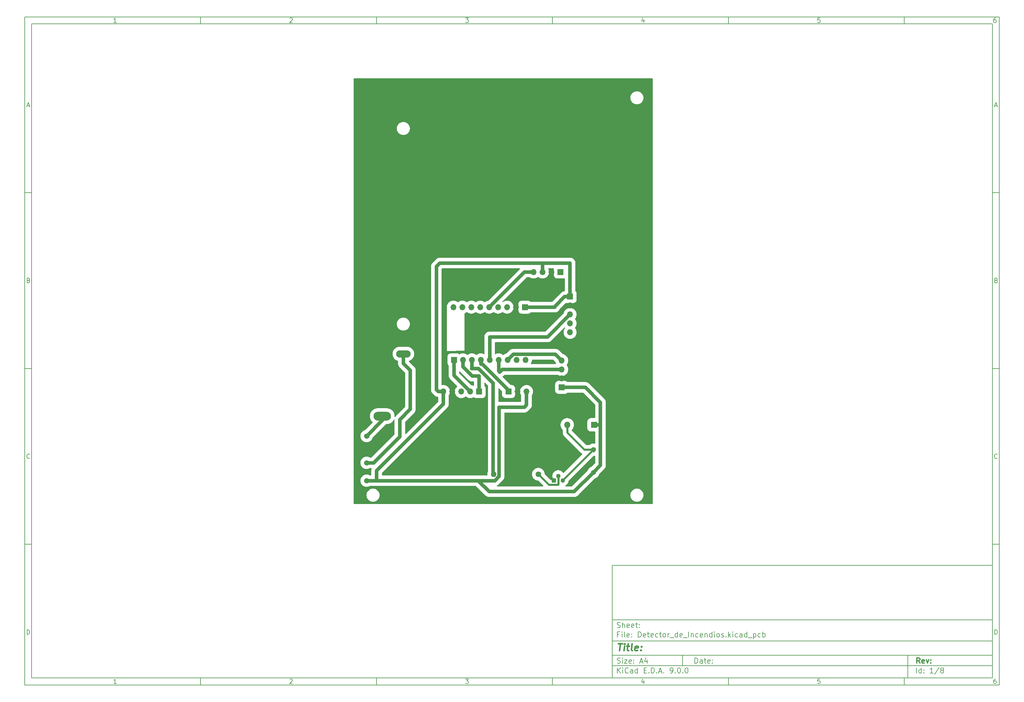
<source format=gbr>
%TF.GenerationSoftware,KiCad,Pcbnew,9.0.0*%
%TF.CreationDate,2025-02-27T14:05:11-05:00*%
%TF.ProjectId,Detector_de_Incendios,44657465-6374-46f7-925f-64655f496e63,rev?*%
%TF.SameCoordinates,Original*%
%TF.FileFunction,Copper,L2,Bot*%
%TF.FilePolarity,Positive*%
%FSLAX46Y46*%
G04 Gerber Fmt 4.6, Leading zero omitted, Abs format (unit mm)*
G04 Created by KiCad (PCBNEW 9.0.0) date 2025-02-27 14:05:11*
%MOMM*%
%LPD*%
G01*
G04 APERTURE LIST*
%ADD10C,0.100000*%
%ADD11C,0.150000*%
%ADD12C,0.300000*%
%ADD13C,0.400000*%
%TA.AperFunction,ComponentPad*%
%ADD14C,1.600000*%
%TD*%
%TA.AperFunction,ComponentPad*%
%ADD15O,1.600000X1.600000*%
%TD*%
%TA.AperFunction,ComponentPad*%
%ADD16R,1.700000X1.700000*%
%TD*%
%TA.AperFunction,ComponentPad*%
%ADD17O,1.700000X1.700000*%
%TD*%
%TA.AperFunction,ComponentPad*%
%ADD18O,5.000000X2.500000*%
%TD*%
%TA.AperFunction,ComponentPad*%
%ADD19O,4.500000X2.250000*%
%TD*%
%TA.AperFunction,ComponentPad*%
%ADD20O,2.250000X4.500000*%
%TD*%
%TA.AperFunction,ComponentPad*%
%ADD21C,1.408000*%
%TD*%
%TA.AperFunction,ComponentPad*%
%ADD22C,1.524000*%
%TD*%
%TA.AperFunction,ComponentPad*%
%ADD23O,1.800000X1.800000*%
%TD*%
%TA.AperFunction,ComponentPad*%
%ADD24R,1.800000X1.800000*%
%TD*%
%TA.AperFunction,ComponentPad*%
%ADD25R,1.300000X1.300000*%
%TD*%
%TA.AperFunction,ComponentPad*%
%ADD26C,1.300000*%
%TD*%
%TA.AperFunction,ComponentPad*%
%ADD27O,4.140000X2.070000*%
%TD*%
%TA.AperFunction,Conductor*%
%ADD28C,1.000000*%
%TD*%
%TA.AperFunction,Conductor*%
%ADD29C,0.600000*%
%TD*%
%TA.AperFunction,Conductor*%
%ADD30C,0.200000*%
%TD*%
G04 APERTURE END LIST*
D10*
D11*
X177002200Y-166007200D02*
X285002200Y-166007200D01*
X285002200Y-198007200D01*
X177002200Y-198007200D01*
X177002200Y-166007200D01*
D10*
D11*
X10000000Y-10000000D02*
X287002200Y-10000000D01*
X287002200Y-200007200D01*
X10000000Y-200007200D01*
X10000000Y-10000000D01*
D10*
D11*
X12000000Y-12000000D02*
X285002200Y-12000000D01*
X285002200Y-198007200D01*
X12000000Y-198007200D01*
X12000000Y-12000000D01*
D10*
D11*
X60000000Y-12000000D02*
X60000000Y-10000000D01*
D10*
D11*
X110000000Y-12000000D02*
X110000000Y-10000000D01*
D10*
D11*
X160000000Y-12000000D02*
X160000000Y-10000000D01*
D10*
D11*
X210000000Y-12000000D02*
X210000000Y-10000000D01*
D10*
D11*
X260000000Y-12000000D02*
X260000000Y-10000000D01*
D10*
D11*
X36089160Y-11593604D02*
X35346303Y-11593604D01*
X35717731Y-11593604D02*
X35717731Y-10293604D01*
X35717731Y-10293604D02*
X35593922Y-10479319D01*
X35593922Y-10479319D02*
X35470112Y-10603128D01*
X35470112Y-10603128D02*
X35346303Y-10665033D01*
D10*
D11*
X85346303Y-10417414D02*
X85408207Y-10355509D01*
X85408207Y-10355509D02*
X85532017Y-10293604D01*
X85532017Y-10293604D02*
X85841541Y-10293604D01*
X85841541Y-10293604D02*
X85965350Y-10355509D01*
X85965350Y-10355509D02*
X86027255Y-10417414D01*
X86027255Y-10417414D02*
X86089160Y-10541223D01*
X86089160Y-10541223D02*
X86089160Y-10665033D01*
X86089160Y-10665033D02*
X86027255Y-10850747D01*
X86027255Y-10850747D02*
X85284398Y-11593604D01*
X85284398Y-11593604D02*
X86089160Y-11593604D01*
D10*
D11*
X135284398Y-10293604D02*
X136089160Y-10293604D01*
X136089160Y-10293604D02*
X135655826Y-10788842D01*
X135655826Y-10788842D02*
X135841541Y-10788842D01*
X135841541Y-10788842D02*
X135965350Y-10850747D01*
X135965350Y-10850747D02*
X136027255Y-10912652D01*
X136027255Y-10912652D02*
X136089160Y-11036461D01*
X136089160Y-11036461D02*
X136089160Y-11345985D01*
X136089160Y-11345985D02*
X136027255Y-11469795D01*
X136027255Y-11469795D02*
X135965350Y-11531700D01*
X135965350Y-11531700D02*
X135841541Y-11593604D01*
X135841541Y-11593604D02*
X135470112Y-11593604D01*
X135470112Y-11593604D02*
X135346303Y-11531700D01*
X135346303Y-11531700D02*
X135284398Y-11469795D01*
D10*
D11*
X185965350Y-10726938D02*
X185965350Y-11593604D01*
X185655826Y-10231700D02*
X185346303Y-11160271D01*
X185346303Y-11160271D02*
X186151064Y-11160271D01*
D10*
D11*
X236027255Y-10293604D02*
X235408207Y-10293604D01*
X235408207Y-10293604D02*
X235346303Y-10912652D01*
X235346303Y-10912652D02*
X235408207Y-10850747D01*
X235408207Y-10850747D02*
X235532017Y-10788842D01*
X235532017Y-10788842D02*
X235841541Y-10788842D01*
X235841541Y-10788842D02*
X235965350Y-10850747D01*
X235965350Y-10850747D02*
X236027255Y-10912652D01*
X236027255Y-10912652D02*
X236089160Y-11036461D01*
X236089160Y-11036461D02*
X236089160Y-11345985D01*
X236089160Y-11345985D02*
X236027255Y-11469795D01*
X236027255Y-11469795D02*
X235965350Y-11531700D01*
X235965350Y-11531700D02*
X235841541Y-11593604D01*
X235841541Y-11593604D02*
X235532017Y-11593604D01*
X235532017Y-11593604D02*
X235408207Y-11531700D01*
X235408207Y-11531700D02*
X235346303Y-11469795D01*
D10*
D11*
X285965350Y-10293604D02*
X285717731Y-10293604D01*
X285717731Y-10293604D02*
X285593922Y-10355509D01*
X285593922Y-10355509D02*
X285532017Y-10417414D01*
X285532017Y-10417414D02*
X285408207Y-10603128D01*
X285408207Y-10603128D02*
X285346303Y-10850747D01*
X285346303Y-10850747D02*
X285346303Y-11345985D01*
X285346303Y-11345985D02*
X285408207Y-11469795D01*
X285408207Y-11469795D02*
X285470112Y-11531700D01*
X285470112Y-11531700D02*
X285593922Y-11593604D01*
X285593922Y-11593604D02*
X285841541Y-11593604D01*
X285841541Y-11593604D02*
X285965350Y-11531700D01*
X285965350Y-11531700D02*
X286027255Y-11469795D01*
X286027255Y-11469795D02*
X286089160Y-11345985D01*
X286089160Y-11345985D02*
X286089160Y-11036461D01*
X286089160Y-11036461D02*
X286027255Y-10912652D01*
X286027255Y-10912652D02*
X285965350Y-10850747D01*
X285965350Y-10850747D02*
X285841541Y-10788842D01*
X285841541Y-10788842D02*
X285593922Y-10788842D01*
X285593922Y-10788842D02*
X285470112Y-10850747D01*
X285470112Y-10850747D02*
X285408207Y-10912652D01*
X285408207Y-10912652D02*
X285346303Y-11036461D01*
D10*
D11*
X60000000Y-198007200D02*
X60000000Y-200007200D01*
D10*
D11*
X110000000Y-198007200D02*
X110000000Y-200007200D01*
D10*
D11*
X160000000Y-198007200D02*
X160000000Y-200007200D01*
D10*
D11*
X210000000Y-198007200D02*
X210000000Y-200007200D01*
D10*
D11*
X260000000Y-198007200D02*
X260000000Y-200007200D01*
D10*
D11*
X36089160Y-199600804D02*
X35346303Y-199600804D01*
X35717731Y-199600804D02*
X35717731Y-198300804D01*
X35717731Y-198300804D02*
X35593922Y-198486519D01*
X35593922Y-198486519D02*
X35470112Y-198610328D01*
X35470112Y-198610328D02*
X35346303Y-198672233D01*
D10*
D11*
X85346303Y-198424614D02*
X85408207Y-198362709D01*
X85408207Y-198362709D02*
X85532017Y-198300804D01*
X85532017Y-198300804D02*
X85841541Y-198300804D01*
X85841541Y-198300804D02*
X85965350Y-198362709D01*
X85965350Y-198362709D02*
X86027255Y-198424614D01*
X86027255Y-198424614D02*
X86089160Y-198548423D01*
X86089160Y-198548423D02*
X86089160Y-198672233D01*
X86089160Y-198672233D02*
X86027255Y-198857947D01*
X86027255Y-198857947D02*
X85284398Y-199600804D01*
X85284398Y-199600804D02*
X86089160Y-199600804D01*
D10*
D11*
X135284398Y-198300804D02*
X136089160Y-198300804D01*
X136089160Y-198300804D02*
X135655826Y-198796042D01*
X135655826Y-198796042D02*
X135841541Y-198796042D01*
X135841541Y-198796042D02*
X135965350Y-198857947D01*
X135965350Y-198857947D02*
X136027255Y-198919852D01*
X136027255Y-198919852D02*
X136089160Y-199043661D01*
X136089160Y-199043661D02*
X136089160Y-199353185D01*
X136089160Y-199353185D02*
X136027255Y-199476995D01*
X136027255Y-199476995D02*
X135965350Y-199538900D01*
X135965350Y-199538900D02*
X135841541Y-199600804D01*
X135841541Y-199600804D02*
X135470112Y-199600804D01*
X135470112Y-199600804D02*
X135346303Y-199538900D01*
X135346303Y-199538900D02*
X135284398Y-199476995D01*
D10*
D11*
X185965350Y-198734138D02*
X185965350Y-199600804D01*
X185655826Y-198238900D02*
X185346303Y-199167471D01*
X185346303Y-199167471D02*
X186151064Y-199167471D01*
D10*
D11*
X236027255Y-198300804D02*
X235408207Y-198300804D01*
X235408207Y-198300804D02*
X235346303Y-198919852D01*
X235346303Y-198919852D02*
X235408207Y-198857947D01*
X235408207Y-198857947D02*
X235532017Y-198796042D01*
X235532017Y-198796042D02*
X235841541Y-198796042D01*
X235841541Y-198796042D02*
X235965350Y-198857947D01*
X235965350Y-198857947D02*
X236027255Y-198919852D01*
X236027255Y-198919852D02*
X236089160Y-199043661D01*
X236089160Y-199043661D02*
X236089160Y-199353185D01*
X236089160Y-199353185D02*
X236027255Y-199476995D01*
X236027255Y-199476995D02*
X235965350Y-199538900D01*
X235965350Y-199538900D02*
X235841541Y-199600804D01*
X235841541Y-199600804D02*
X235532017Y-199600804D01*
X235532017Y-199600804D02*
X235408207Y-199538900D01*
X235408207Y-199538900D02*
X235346303Y-199476995D01*
D10*
D11*
X285965350Y-198300804D02*
X285717731Y-198300804D01*
X285717731Y-198300804D02*
X285593922Y-198362709D01*
X285593922Y-198362709D02*
X285532017Y-198424614D01*
X285532017Y-198424614D02*
X285408207Y-198610328D01*
X285408207Y-198610328D02*
X285346303Y-198857947D01*
X285346303Y-198857947D02*
X285346303Y-199353185D01*
X285346303Y-199353185D02*
X285408207Y-199476995D01*
X285408207Y-199476995D02*
X285470112Y-199538900D01*
X285470112Y-199538900D02*
X285593922Y-199600804D01*
X285593922Y-199600804D02*
X285841541Y-199600804D01*
X285841541Y-199600804D02*
X285965350Y-199538900D01*
X285965350Y-199538900D02*
X286027255Y-199476995D01*
X286027255Y-199476995D02*
X286089160Y-199353185D01*
X286089160Y-199353185D02*
X286089160Y-199043661D01*
X286089160Y-199043661D02*
X286027255Y-198919852D01*
X286027255Y-198919852D02*
X285965350Y-198857947D01*
X285965350Y-198857947D02*
X285841541Y-198796042D01*
X285841541Y-198796042D02*
X285593922Y-198796042D01*
X285593922Y-198796042D02*
X285470112Y-198857947D01*
X285470112Y-198857947D02*
X285408207Y-198919852D01*
X285408207Y-198919852D02*
X285346303Y-199043661D01*
D10*
D11*
X10000000Y-60000000D02*
X12000000Y-60000000D01*
D10*
D11*
X10000000Y-110000000D02*
X12000000Y-110000000D01*
D10*
D11*
X10000000Y-160000000D02*
X12000000Y-160000000D01*
D10*
D11*
X10690476Y-35222176D02*
X11309523Y-35222176D01*
X10566666Y-35593604D02*
X10999999Y-34293604D01*
X10999999Y-34293604D02*
X11433333Y-35593604D01*
D10*
D11*
X11092857Y-84912652D02*
X11278571Y-84974557D01*
X11278571Y-84974557D02*
X11340476Y-85036461D01*
X11340476Y-85036461D02*
X11402380Y-85160271D01*
X11402380Y-85160271D02*
X11402380Y-85345985D01*
X11402380Y-85345985D02*
X11340476Y-85469795D01*
X11340476Y-85469795D02*
X11278571Y-85531700D01*
X11278571Y-85531700D02*
X11154761Y-85593604D01*
X11154761Y-85593604D02*
X10659523Y-85593604D01*
X10659523Y-85593604D02*
X10659523Y-84293604D01*
X10659523Y-84293604D02*
X11092857Y-84293604D01*
X11092857Y-84293604D02*
X11216666Y-84355509D01*
X11216666Y-84355509D02*
X11278571Y-84417414D01*
X11278571Y-84417414D02*
X11340476Y-84541223D01*
X11340476Y-84541223D02*
X11340476Y-84665033D01*
X11340476Y-84665033D02*
X11278571Y-84788842D01*
X11278571Y-84788842D02*
X11216666Y-84850747D01*
X11216666Y-84850747D02*
X11092857Y-84912652D01*
X11092857Y-84912652D02*
X10659523Y-84912652D01*
D10*
D11*
X11402380Y-135469795D02*
X11340476Y-135531700D01*
X11340476Y-135531700D02*
X11154761Y-135593604D01*
X11154761Y-135593604D02*
X11030952Y-135593604D01*
X11030952Y-135593604D02*
X10845238Y-135531700D01*
X10845238Y-135531700D02*
X10721428Y-135407890D01*
X10721428Y-135407890D02*
X10659523Y-135284080D01*
X10659523Y-135284080D02*
X10597619Y-135036461D01*
X10597619Y-135036461D02*
X10597619Y-134850747D01*
X10597619Y-134850747D02*
X10659523Y-134603128D01*
X10659523Y-134603128D02*
X10721428Y-134479319D01*
X10721428Y-134479319D02*
X10845238Y-134355509D01*
X10845238Y-134355509D02*
X11030952Y-134293604D01*
X11030952Y-134293604D02*
X11154761Y-134293604D01*
X11154761Y-134293604D02*
X11340476Y-134355509D01*
X11340476Y-134355509D02*
X11402380Y-134417414D01*
D10*
D11*
X10659523Y-185593604D02*
X10659523Y-184293604D01*
X10659523Y-184293604D02*
X10969047Y-184293604D01*
X10969047Y-184293604D02*
X11154761Y-184355509D01*
X11154761Y-184355509D02*
X11278571Y-184479319D01*
X11278571Y-184479319D02*
X11340476Y-184603128D01*
X11340476Y-184603128D02*
X11402380Y-184850747D01*
X11402380Y-184850747D02*
X11402380Y-185036461D01*
X11402380Y-185036461D02*
X11340476Y-185284080D01*
X11340476Y-185284080D02*
X11278571Y-185407890D01*
X11278571Y-185407890D02*
X11154761Y-185531700D01*
X11154761Y-185531700D02*
X10969047Y-185593604D01*
X10969047Y-185593604D02*
X10659523Y-185593604D01*
D10*
D11*
X287002200Y-60000000D02*
X285002200Y-60000000D01*
D10*
D11*
X287002200Y-110000000D02*
X285002200Y-110000000D01*
D10*
D11*
X287002200Y-160000000D02*
X285002200Y-160000000D01*
D10*
D11*
X285692676Y-35222176D02*
X286311723Y-35222176D01*
X285568866Y-35593604D02*
X286002199Y-34293604D01*
X286002199Y-34293604D02*
X286435533Y-35593604D01*
D10*
D11*
X286095057Y-84912652D02*
X286280771Y-84974557D01*
X286280771Y-84974557D02*
X286342676Y-85036461D01*
X286342676Y-85036461D02*
X286404580Y-85160271D01*
X286404580Y-85160271D02*
X286404580Y-85345985D01*
X286404580Y-85345985D02*
X286342676Y-85469795D01*
X286342676Y-85469795D02*
X286280771Y-85531700D01*
X286280771Y-85531700D02*
X286156961Y-85593604D01*
X286156961Y-85593604D02*
X285661723Y-85593604D01*
X285661723Y-85593604D02*
X285661723Y-84293604D01*
X285661723Y-84293604D02*
X286095057Y-84293604D01*
X286095057Y-84293604D02*
X286218866Y-84355509D01*
X286218866Y-84355509D02*
X286280771Y-84417414D01*
X286280771Y-84417414D02*
X286342676Y-84541223D01*
X286342676Y-84541223D02*
X286342676Y-84665033D01*
X286342676Y-84665033D02*
X286280771Y-84788842D01*
X286280771Y-84788842D02*
X286218866Y-84850747D01*
X286218866Y-84850747D02*
X286095057Y-84912652D01*
X286095057Y-84912652D02*
X285661723Y-84912652D01*
D10*
D11*
X286404580Y-135469795D02*
X286342676Y-135531700D01*
X286342676Y-135531700D02*
X286156961Y-135593604D01*
X286156961Y-135593604D02*
X286033152Y-135593604D01*
X286033152Y-135593604D02*
X285847438Y-135531700D01*
X285847438Y-135531700D02*
X285723628Y-135407890D01*
X285723628Y-135407890D02*
X285661723Y-135284080D01*
X285661723Y-135284080D02*
X285599819Y-135036461D01*
X285599819Y-135036461D02*
X285599819Y-134850747D01*
X285599819Y-134850747D02*
X285661723Y-134603128D01*
X285661723Y-134603128D02*
X285723628Y-134479319D01*
X285723628Y-134479319D02*
X285847438Y-134355509D01*
X285847438Y-134355509D02*
X286033152Y-134293604D01*
X286033152Y-134293604D02*
X286156961Y-134293604D01*
X286156961Y-134293604D02*
X286342676Y-134355509D01*
X286342676Y-134355509D02*
X286404580Y-134417414D01*
D10*
D11*
X285661723Y-185593604D02*
X285661723Y-184293604D01*
X285661723Y-184293604D02*
X285971247Y-184293604D01*
X285971247Y-184293604D02*
X286156961Y-184355509D01*
X286156961Y-184355509D02*
X286280771Y-184479319D01*
X286280771Y-184479319D02*
X286342676Y-184603128D01*
X286342676Y-184603128D02*
X286404580Y-184850747D01*
X286404580Y-184850747D02*
X286404580Y-185036461D01*
X286404580Y-185036461D02*
X286342676Y-185284080D01*
X286342676Y-185284080D02*
X286280771Y-185407890D01*
X286280771Y-185407890D02*
X286156961Y-185531700D01*
X286156961Y-185531700D02*
X285971247Y-185593604D01*
X285971247Y-185593604D02*
X285661723Y-185593604D01*
D10*
D11*
X200458026Y-193793328D02*
X200458026Y-192293328D01*
X200458026Y-192293328D02*
X200815169Y-192293328D01*
X200815169Y-192293328D02*
X201029455Y-192364757D01*
X201029455Y-192364757D02*
X201172312Y-192507614D01*
X201172312Y-192507614D02*
X201243741Y-192650471D01*
X201243741Y-192650471D02*
X201315169Y-192936185D01*
X201315169Y-192936185D02*
X201315169Y-193150471D01*
X201315169Y-193150471D02*
X201243741Y-193436185D01*
X201243741Y-193436185D02*
X201172312Y-193579042D01*
X201172312Y-193579042D02*
X201029455Y-193721900D01*
X201029455Y-193721900D02*
X200815169Y-193793328D01*
X200815169Y-193793328D02*
X200458026Y-193793328D01*
X202600884Y-193793328D02*
X202600884Y-193007614D01*
X202600884Y-193007614D02*
X202529455Y-192864757D01*
X202529455Y-192864757D02*
X202386598Y-192793328D01*
X202386598Y-192793328D02*
X202100884Y-192793328D01*
X202100884Y-192793328D02*
X201958026Y-192864757D01*
X202600884Y-193721900D02*
X202458026Y-193793328D01*
X202458026Y-193793328D02*
X202100884Y-193793328D01*
X202100884Y-193793328D02*
X201958026Y-193721900D01*
X201958026Y-193721900D02*
X201886598Y-193579042D01*
X201886598Y-193579042D02*
X201886598Y-193436185D01*
X201886598Y-193436185D02*
X201958026Y-193293328D01*
X201958026Y-193293328D02*
X202100884Y-193221900D01*
X202100884Y-193221900D02*
X202458026Y-193221900D01*
X202458026Y-193221900D02*
X202600884Y-193150471D01*
X203100884Y-192793328D02*
X203672312Y-192793328D01*
X203315169Y-192293328D02*
X203315169Y-193579042D01*
X203315169Y-193579042D02*
X203386598Y-193721900D01*
X203386598Y-193721900D02*
X203529455Y-193793328D01*
X203529455Y-193793328D02*
X203672312Y-193793328D01*
X204743741Y-193721900D02*
X204600884Y-193793328D01*
X204600884Y-193793328D02*
X204315170Y-193793328D01*
X204315170Y-193793328D02*
X204172312Y-193721900D01*
X204172312Y-193721900D02*
X204100884Y-193579042D01*
X204100884Y-193579042D02*
X204100884Y-193007614D01*
X204100884Y-193007614D02*
X204172312Y-192864757D01*
X204172312Y-192864757D02*
X204315170Y-192793328D01*
X204315170Y-192793328D02*
X204600884Y-192793328D01*
X204600884Y-192793328D02*
X204743741Y-192864757D01*
X204743741Y-192864757D02*
X204815170Y-193007614D01*
X204815170Y-193007614D02*
X204815170Y-193150471D01*
X204815170Y-193150471D02*
X204100884Y-193293328D01*
X205458026Y-193650471D02*
X205529455Y-193721900D01*
X205529455Y-193721900D02*
X205458026Y-193793328D01*
X205458026Y-193793328D02*
X205386598Y-193721900D01*
X205386598Y-193721900D02*
X205458026Y-193650471D01*
X205458026Y-193650471D02*
X205458026Y-193793328D01*
X205458026Y-192864757D02*
X205529455Y-192936185D01*
X205529455Y-192936185D02*
X205458026Y-193007614D01*
X205458026Y-193007614D02*
X205386598Y-192936185D01*
X205386598Y-192936185D02*
X205458026Y-192864757D01*
X205458026Y-192864757D02*
X205458026Y-193007614D01*
D10*
D11*
X177002200Y-194507200D02*
X285002200Y-194507200D01*
D10*
D11*
X178458026Y-196593328D02*
X178458026Y-195093328D01*
X179315169Y-196593328D02*
X178672312Y-195736185D01*
X179315169Y-195093328D02*
X178458026Y-195950471D01*
X179958026Y-196593328D02*
X179958026Y-195593328D01*
X179958026Y-195093328D02*
X179886598Y-195164757D01*
X179886598Y-195164757D02*
X179958026Y-195236185D01*
X179958026Y-195236185D02*
X180029455Y-195164757D01*
X180029455Y-195164757D02*
X179958026Y-195093328D01*
X179958026Y-195093328D02*
X179958026Y-195236185D01*
X181529455Y-196450471D02*
X181458027Y-196521900D01*
X181458027Y-196521900D02*
X181243741Y-196593328D01*
X181243741Y-196593328D02*
X181100884Y-196593328D01*
X181100884Y-196593328D02*
X180886598Y-196521900D01*
X180886598Y-196521900D02*
X180743741Y-196379042D01*
X180743741Y-196379042D02*
X180672312Y-196236185D01*
X180672312Y-196236185D02*
X180600884Y-195950471D01*
X180600884Y-195950471D02*
X180600884Y-195736185D01*
X180600884Y-195736185D02*
X180672312Y-195450471D01*
X180672312Y-195450471D02*
X180743741Y-195307614D01*
X180743741Y-195307614D02*
X180886598Y-195164757D01*
X180886598Y-195164757D02*
X181100884Y-195093328D01*
X181100884Y-195093328D02*
X181243741Y-195093328D01*
X181243741Y-195093328D02*
X181458027Y-195164757D01*
X181458027Y-195164757D02*
X181529455Y-195236185D01*
X182815170Y-196593328D02*
X182815170Y-195807614D01*
X182815170Y-195807614D02*
X182743741Y-195664757D01*
X182743741Y-195664757D02*
X182600884Y-195593328D01*
X182600884Y-195593328D02*
X182315170Y-195593328D01*
X182315170Y-195593328D02*
X182172312Y-195664757D01*
X182815170Y-196521900D02*
X182672312Y-196593328D01*
X182672312Y-196593328D02*
X182315170Y-196593328D01*
X182315170Y-196593328D02*
X182172312Y-196521900D01*
X182172312Y-196521900D02*
X182100884Y-196379042D01*
X182100884Y-196379042D02*
X182100884Y-196236185D01*
X182100884Y-196236185D02*
X182172312Y-196093328D01*
X182172312Y-196093328D02*
X182315170Y-196021900D01*
X182315170Y-196021900D02*
X182672312Y-196021900D01*
X182672312Y-196021900D02*
X182815170Y-195950471D01*
X184172313Y-196593328D02*
X184172313Y-195093328D01*
X184172313Y-196521900D02*
X184029455Y-196593328D01*
X184029455Y-196593328D02*
X183743741Y-196593328D01*
X183743741Y-196593328D02*
X183600884Y-196521900D01*
X183600884Y-196521900D02*
X183529455Y-196450471D01*
X183529455Y-196450471D02*
X183458027Y-196307614D01*
X183458027Y-196307614D02*
X183458027Y-195879042D01*
X183458027Y-195879042D02*
X183529455Y-195736185D01*
X183529455Y-195736185D02*
X183600884Y-195664757D01*
X183600884Y-195664757D02*
X183743741Y-195593328D01*
X183743741Y-195593328D02*
X184029455Y-195593328D01*
X184029455Y-195593328D02*
X184172313Y-195664757D01*
X186029455Y-195807614D02*
X186529455Y-195807614D01*
X186743741Y-196593328D02*
X186029455Y-196593328D01*
X186029455Y-196593328D02*
X186029455Y-195093328D01*
X186029455Y-195093328D02*
X186743741Y-195093328D01*
X187386598Y-196450471D02*
X187458027Y-196521900D01*
X187458027Y-196521900D02*
X187386598Y-196593328D01*
X187386598Y-196593328D02*
X187315170Y-196521900D01*
X187315170Y-196521900D02*
X187386598Y-196450471D01*
X187386598Y-196450471D02*
X187386598Y-196593328D01*
X188100884Y-196593328D02*
X188100884Y-195093328D01*
X188100884Y-195093328D02*
X188458027Y-195093328D01*
X188458027Y-195093328D02*
X188672313Y-195164757D01*
X188672313Y-195164757D02*
X188815170Y-195307614D01*
X188815170Y-195307614D02*
X188886599Y-195450471D01*
X188886599Y-195450471D02*
X188958027Y-195736185D01*
X188958027Y-195736185D02*
X188958027Y-195950471D01*
X188958027Y-195950471D02*
X188886599Y-196236185D01*
X188886599Y-196236185D02*
X188815170Y-196379042D01*
X188815170Y-196379042D02*
X188672313Y-196521900D01*
X188672313Y-196521900D02*
X188458027Y-196593328D01*
X188458027Y-196593328D02*
X188100884Y-196593328D01*
X189600884Y-196450471D02*
X189672313Y-196521900D01*
X189672313Y-196521900D02*
X189600884Y-196593328D01*
X189600884Y-196593328D02*
X189529456Y-196521900D01*
X189529456Y-196521900D02*
X189600884Y-196450471D01*
X189600884Y-196450471D02*
X189600884Y-196593328D01*
X190243742Y-196164757D02*
X190958028Y-196164757D01*
X190100885Y-196593328D02*
X190600885Y-195093328D01*
X190600885Y-195093328D02*
X191100885Y-196593328D01*
X191600884Y-196450471D02*
X191672313Y-196521900D01*
X191672313Y-196521900D02*
X191600884Y-196593328D01*
X191600884Y-196593328D02*
X191529456Y-196521900D01*
X191529456Y-196521900D02*
X191600884Y-196450471D01*
X191600884Y-196450471D02*
X191600884Y-196593328D01*
X193529456Y-196593328D02*
X193815170Y-196593328D01*
X193815170Y-196593328D02*
X193958027Y-196521900D01*
X193958027Y-196521900D02*
X194029456Y-196450471D01*
X194029456Y-196450471D02*
X194172313Y-196236185D01*
X194172313Y-196236185D02*
X194243742Y-195950471D01*
X194243742Y-195950471D02*
X194243742Y-195379042D01*
X194243742Y-195379042D02*
X194172313Y-195236185D01*
X194172313Y-195236185D02*
X194100885Y-195164757D01*
X194100885Y-195164757D02*
X193958027Y-195093328D01*
X193958027Y-195093328D02*
X193672313Y-195093328D01*
X193672313Y-195093328D02*
X193529456Y-195164757D01*
X193529456Y-195164757D02*
X193458027Y-195236185D01*
X193458027Y-195236185D02*
X193386599Y-195379042D01*
X193386599Y-195379042D02*
X193386599Y-195736185D01*
X193386599Y-195736185D02*
X193458027Y-195879042D01*
X193458027Y-195879042D02*
X193529456Y-195950471D01*
X193529456Y-195950471D02*
X193672313Y-196021900D01*
X193672313Y-196021900D02*
X193958027Y-196021900D01*
X193958027Y-196021900D02*
X194100885Y-195950471D01*
X194100885Y-195950471D02*
X194172313Y-195879042D01*
X194172313Y-195879042D02*
X194243742Y-195736185D01*
X194886598Y-196450471D02*
X194958027Y-196521900D01*
X194958027Y-196521900D02*
X194886598Y-196593328D01*
X194886598Y-196593328D02*
X194815170Y-196521900D01*
X194815170Y-196521900D02*
X194886598Y-196450471D01*
X194886598Y-196450471D02*
X194886598Y-196593328D01*
X195886599Y-195093328D02*
X196029456Y-195093328D01*
X196029456Y-195093328D02*
X196172313Y-195164757D01*
X196172313Y-195164757D02*
X196243742Y-195236185D01*
X196243742Y-195236185D02*
X196315170Y-195379042D01*
X196315170Y-195379042D02*
X196386599Y-195664757D01*
X196386599Y-195664757D02*
X196386599Y-196021900D01*
X196386599Y-196021900D02*
X196315170Y-196307614D01*
X196315170Y-196307614D02*
X196243742Y-196450471D01*
X196243742Y-196450471D02*
X196172313Y-196521900D01*
X196172313Y-196521900D02*
X196029456Y-196593328D01*
X196029456Y-196593328D02*
X195886599Y-196593328D01*
X195886599Y-196593328D02*
X195743742Y-196521900D01*
X195743742Y-196521900D02*
X195672313Y-196450471D01*
X195672313Y-196450471D02*
X195600884Y-196307614D01*
X195600884Y-196307614D02*
X195529456Y-196021900D01*
X195529456Y-196021900D02*
X195529456Y-195664757D01*
X195529456Y-195664757D02*
X195600884Y-195379042D01*
X195600884Y-195379042D02*
X195672313Y-195236185D01*
X195672313Y-195236185D02*
X195743742Y-195164757D01*
X195743742Y-195164757D02*
X195886599Y-195093328D01*
X197029455Y-196450471D02*
X197100884Y-196521900D01*
X197100884Y-196521900D02*
X197029455Y-196593328D01*
X197029455Y-196593328D02*
X196958027Y-196521900D01*
X196958027Y-196521900D02*
X197029455Y-196450471D01*
X197029455Y-196450471D02*
X197029455Y-196593328D01*
X198029456Y-195093328D02*
X198172313Y-195093328D01*
X198172313Y-195093328D02*
X198315170Y-195164757D01*
X198315170Y-195164757D02*
X198386599Y-195236185D01*
X198386599Y-195236185D02*
X198458027Y-195379042D01*
X198458027Y-195379042D02*
X198529456Y-195664757D01*
X198529456Y-195664757D02*
X198529456Y-196021900D01*
X198529456Y-196021900D02*
X198458027Y-196307614D01*
X198458027Y-196307614D02*
X198386599Y-196450471D01*
X198386599Y-196450471D02*
X198315170Y-196521900D01*
X198315170Y-196521900D02*
X198172313Y-196593328D01*
X198172313Y-196593328D02*
X198029456Y-196593328D01*
X198029456Y-196593328D02*
X197886599Y-196521900D01*
X197886599Y-196521900D02*
X197815170Y-196450471D01*
X197815170Y-196450471D02*
X197743741Y-196307614D01*
X197743741Y-196307614D02*
X197672313Y-196021900D01*
X197672313Y-196021900D02*
X197672313Y-195664757D01*
X197672313Y-195664757D02*
X197743741Y-195379042D01*
X197743741Y-195379042D02*
X197815170Y-195236185D01*
X197815170Y-195236185D02*
X197886599Y-195164757D01*
X197886599Y-195164757D02*
X198029456Y-195093328D01*
D10*
D11*
X177002200Y-191507200D02*
X285002200Y-191507200D01*
D10*
D12*
X264413853Y-193785528D02*
X263913853Y-193071242D01*
X263556710Y-193785528D02*
X263556710Y-192285528D01*
X263556710Y-192285528D02*
X264128139Y-192285528D01*
X264128139Y-192285528D02*
X264270996Y-192356957D01*
X264270996Y-192356957D02*
X264342425Y-192428385D01*
X264342425Y-192428385D02*
X264413853Y-192571242D01*
X264413853Y-192571242D02*
X264413853Y-192785528D01*
X264413853Y-192785528D02*
X264342425Y-192928385D01*
X264342425Y-192928385D02*
X264270996Y-192999814D01*
X264270996Y-192999814D02*
X264128139Y-193071242D01*
X264128139Y-193071242D02*
X263556710Y-193071242D01*
X265628139Y-193714100D02*
X265485282Y-193785528D01*
X265485282Y-193785528D02*
X265199568Y-193785528D01*
X265199568Y-193785528D02*
X265056710Y-193714100D01*
X265056710Y-193714100D02*
X264985282Y-193571242D01*
X264985282Y-193571242D02*
X264985282Y-192999814D01*
X264985282Y-192999814D02*
X265056710Y-192856957D01*
X265056710Y-192856957D02*
X265199568Y-192785528D01*
X265199568Y-192785528D02*
X265485282Y-192785528D01*
X265485282Y-192785528D02*
X265628139Y-192856957D01*
X265628139Y-192856957D02*
X265699568Y-192999814D01*
X265699568Y-192999814D02*
X265699568Y-193142671D01*
X265699568Y-193142671D02*
X264985282Y-193285528D01*
X266199567Y-192785528D02*
X266556710Y-193785528D01*
X266556710Y-193785528D02*
X266913853Y-192785528D01*
X267485281Y-193642671D02*
X267556710Y-193714100D01*
X267556710Y-193714100D02*
X267485281Y-193785528D01*
X267485281Y-193785528D02*
X267413853Y-193714100D01*
X267413853Y-193714100D02*
X267485281Y-193642671D01*
X267485281Y-193642671D02*
X267485281Y-193785528D01*
X267485281Y-192856957D02*
X267556710Y-192928385D01*
X267556710Y-192928385D02*
X267485281Y-192999814D01*
X267485281Y-192999814D02*
X267413853Y-192928385D01*
X267413853Y-192928385D02*
X267485281Y-192856957D01*
X267485281Y-192856957D02*
X267485281Y-192999814D01*
D10*
D11*
X178386598Y-193721900D02*
X178600884Y-193793328D01*
X178600884Y-193793328D02*
X178958026Y-193793328D01*
X178958026Y-193793328D02*
X179100884Y-193721900D01*
X179100884Y-193721900D02*
X179172312Y-193650471D01*
X179172312Y-193650471D02*
X179243741Y-193507614D01*
X179243741Y-193507614D02*
X179243741Y-193364757D01*
X179243741Y-193364757D02*
X179172312Y-193221900D01*
X179172312Y-193221900D02*
X179100884Y-193150471D01*
X179100884Y-193150471D02*
X178958026Y-193079042D01*
X178958026Y-193079042D02*
X178672312Y-193007614D01*
X178672312Y-193007614D02*
X178529455Y-192936185D01*
X178529455Y-192936185D02*
X178458026Y-192864757D01*
X178458026Y-192864757D02*
X178386598Y-192721900D01*
X178386598Y-192721900D02*
X178386598Y-192579042D01*
X178386598Y-192579042D02*
X178458026Y-192436185D01*
X178458026Y-192436185D02*
X178529455Y-192364757D01*
X178529455Y-192364757D02*
X178672312Y-192293328D01*
X178672312Y-192293328D02*
X179029455Y-192293328D01*
X179029455Y-192293328D02*
X179243741Y-192364757D01*
X179886597Y-193793328D02*
X179886597Y-192793328D01*
X179886597Y-192293328D02*
X179815169Y-192364757D01*
X179815169Y-192364757D02*
X179886597Y-192436185D01*
X179886597Y-192436185D02*
X179958026Y-192364757D01*
X179958026Y-192364757D02*
X179886597Y-192293328D01*
X179886597Y-192293328D02*
X179886597Y-192436185D01*
X180458026Y-192793328D02*
X181243741Y-192793328D01*
X181243741Y-192793328D02*
X180458026Y-193793328D01*
X180458026Y-193793328D02*
X181243741Y-193793328D01*
X182386598Y-193721900D02*
X182243741Y-193793328D01*
X182243741Y-193793328D02*
X181958027Y-193793328D01*
X181958027Y-193793328D02*
X181815169Y-193721900D01*
X181815169Y-193721900D02*
X181743741Y-193579042D01*
X181743741Y-193579042D02*
X181743741Y-193007614D01*
X181743741Y-193007614D02*
X181815169Y-192864757D01*
X181815169Y-192864757D02*
X181958027Y-192793328D01*
X181958027Y-192793328D02*
X182243741Y-192793328D01*
X182243741Y-192793328D02*
X182386598Y-192864757D01*
X182386598Y-192864757D02*
X182458027Y-193007614D01*
X182458027Y-193007614D02*
X182458027Y-193150471D01*
X182458027Y-193150471D02*
X181743741Y-193293328D01*
X183100883Y-193650471D02*
X183172312Y-193721900D01*
X183172312Y-193721900D02*
X183100883Y-193793328D01*
X183100883Y-193793328D02*
X183029455Y-193721900D01*
X183029455Y-193721900D02*
X183100883Y-193650471D01*
X183100883Y-193650471D02*
X183100883Y-193793328D01*
X183100883Y-192864757D02*
X183172312Y-192936185D01*
X183172312Y-192936185D02*
X183100883Y-193007614D01*
X183100883Y-193007614D02*
X183029455Y-192936185D01*
X183029455Y-192936185D02*
X183100883Y-192864757D01*
X183100883Y-192864757D02*
X183100883Y-193007614D01*
X184886598Y-193364757D02*
X185600884Y-193364757D01*
X184743741Y-193793328D02*
X185243741Y-192293328D01*
X185243741Y-192293328D02*
X185743741Y-193793328D01*
X186886598Y-192793328D02*
X186886598Y-193793328D01*
X186529455Y-192221900D02*
X186172312Y-193293328D01*
X186172312Y-193293328D02*
X187100883Y-193293328D01*
D10*
D11*
X263458026Y-196593328D02*
X263458026Y-195093328D01*
X264815170Y-196593328D02*
X264815170Y-195093328D01*
X264815170Y-196521900D02*
X264672312Y-196593328D01*
X264672312Y-196593328D02*
X264386598Y-196593328D01*
X264386598Y-196593328D02*
X264243741Y-196521900D01*
X264243741Y-196521900D02*
X264172312Y-196450471D01*
X264172312Y-196450471D02*
X264100884Y-196307614D01*
X264100884Y-196307614D02*
X264100884Y-195879042D01*
X264100884Y-195879042D02*
X264172312Y-195736185D01*
X264172312Y-195736185D02*
X264243741Y-195664757D01*
X264243741Y-195664757D02*
X264386598Y-195593328D01*
X264386598Y-195593328D02*
X264672312Y-195593328D01*
X264672312Y-195593328D02*
X264815170Y-195664757D01*
X265529455Y-196450471D02*
X265600884Y-196521900D01*
X265600884Y-196521900D02*
X265529455Y-196593328D01*
X265529455Y-196593328D02*
X265458027Y-196521900D01*
X265458027Y-196521900D02*
X265529455Y-196450471D01*
X265529455Y-196450471D02*
X265529455Y-196593328D01*
X265529455Y-195664757D02*
X265600884Y-195736185D01*
X265600884Y-195736185D02*
X265529455Y-195807614D01*
X265529455Y-195807614D02*
X265458027Y-195736185D01*
X265458027Y-195736185D02*
X265529455Y-195664757D01*
X265529455Y-195664757D02*
X265529455Y-195807614D01*
X268172313Y-196593328D02*
X267315170Y-196593328D01*
X267743741Y-196593328D02*
X267743741Y-195093328D01*
X267743741Y-195093328D02*
X267600884Y-195307614D01*
X267600884Y-195307614D02*
X267458027Y-195450471D01*
X267458027Y-195450471D02*
X267315170Y-195521900D01*
X269886598Y-195021900D02*
X268600884Y-196950471D01*
X270600884Y-195736185D02*
X270458027Y-195664757D01*
X270458027Y-195664757D02*
X270386598Y-195593328D01*
X270386598Y-195593328D02*
X270315170Y-195450471D01*
X270315170Y-195450471D02*
X270315170Y-195379042D01*
X270315170Y-195379042D02*
X270386598Y-195236185D01*
X270386598Y-195236185D02*
X270458027Y-195164757D01*
X270458027Y-195164757D02*
X270600884Y-195093328D01*
X270600884Y-195093328D02*
X270886598Y-195093328D01*
X270886598Y-195093328D02*
X271029456Y-195164757D01*
X271029456Y-195164757D02*
X271100884Y-195236185D01*
X271100884Y-195236185D02*
X271172313Y-195379042D01*
X271172313Y-195379042D02*
X271172313Y-195450471D01*
X271172313Y-195450471D02*
X271100884Y-195593328D01*
X271100884Y-195593328D02*
X271029456Y-195664757D01*
X271029456Y-195664757D02*
X270886598Y-195736185D01*
X270886598Y-195736185D02*
X270600884Y-195736185D01*
X270600884Y-195736185D02*
X270458027Y-195807614D01*
X270458027Y-195807614D02*
X270386598Y-195879042D01*
X270386598Y-195879042D02*
X270315170Y-196021900D01*
X270315170Y-196021900D02*
X270315170Y-196307614D01*
X270315170Y-196307614D02*
X270386598Y-196450471D01*
X270386598Y-196450471D02*
X270458027Y-196521900D01*
X270458027Y-196521900D02*
X270600884Y-196593328D01*
X270600884Y-196593328D02*
X270886598Y-196593328D01*
X270886598Y-196593328D02*
X271029456Y-196521900D01*
X271029456Y-196521900D02*
X271100884Y-196450471D01*
X271100884Y-196450471D02*
X271172313Y-196307614D01*
X271172313Y-196307614D02*
X271172313Y-196021900D01*
X271172313Y-196021900D02*
X271100884Y-195879042D01*
X271100884Y-195879042D02*
X271029456Y-195807614D01*
X271029456Y-195807614D02*
X270886598Y-195736185D01*
D10*
D11*
X177002200Y-187507200D02*
X285002200Y-187507200D01*
D10*
D13*
X178693928Y-188211638D02*
X179836785Y-188211638D01*
X179015357Y-190211638D02*
X179265357Y-188211638D01*
X180253452Y-190211638D02*
X180420119Y-188878304D01*
X180503452Y-188211638D02*
X180396309Y-188306876D01*
X180396309Y-188306876D02*
X180479643Y-188402114D01*
X180479643Y-188402114D02*
X180586786Y-188306876D01*
X180586786Y-188306876D02*
X180503452Y-188211638D01*
X180503452Y-188211638D02*
X180479643Y-188402114D01*
X181086786Y-188878304D02*
X181848690Y-188878304D01*
X181455833Y-188211638D02*
X181241548Y-189925923D01*
X181241548Y-189925923D02*
X181312976Y-190116400D01*
X181312976Y-190116400D02*
X181491548Y-190211638D01*
X181491548Y-190211638D02*
X181682024Y-190211638D01*
X182634405Y-190211638D02*
X182455833Y-190116400D01*
X182455833Y-190116400D02*
X182384405Y-189925923D01*
X182384405Y-189925923D02*
X182598690Y-188211638D01*
X184170119Y-190116400D02*
X183967738Y-190211638D01*
X183967738Y-190211638D02*
X183586785Y-190211638D01*
X183586785Y-190211638D02*
X183408214Y-190116400D01*
X183408214Y-190116400D02*
X183336785Y-189925923D01*
X183336785Y-189925923D02*
X183432024Y-189164019D01*
X183432024Y-189164019D02*
X183551071Y-188973542D01*
X183551071Y-188973542D02*
X183753452Y-188878304D01*
X183753452Y-188878304D02*
X184134404Y-188878304D01*
X184134404Y-188878304D02*
X184312976Y-188973542D01*
X184312976Y-188973542D02*
X184384404Y-189164019D01*
X184384404Y-189164019D02*
X184360595Y-189354495D01*
X184360595Y-189354495D02*
X183384404Y-189544971D01*
X185134405Y-190021161D02*
X185217738Y-190116400D01*
X185217738Y-190116400D02*
X185110595Y-190211638D01*
X185110595Y-190211638D02*
X185027262Y-190116400D01*
X185027262Y-190116400D02*
X185134405Y-190021161D01*
X185134405Y-190021161D02*
X185110595Y-190211638D01*
X185265357Y-188973542D02*
X185348690Y-189068780D01*
X185348690Y-189068780D02*
X185241548Y-189164019D01*
X185241548Y-189164019D02*
X185158214Y-189068780D01*
X185158214Y-189068780D02*
X185265357Y-188973542D01*
X185265357Y-188973542D02*
X185241548Y-189164019D01*
D10*
D11*
X178958026Y-185607614D02*
X178458026Y-185607614D01*
X178458026Y-186393328D02*
X178458026Y-184893328D01*
X178458026Y-184893328D02*
X179172312Y-184893328D01*
X179743740Y-186393328D02*
X179743740Y-185393328D01*
X179743740Y-184893328D02*
X179672312Y-184964757D01*
X179672312Y-184964757D02*
X179743740Y-185036185D01*
X179743740Y-185036185D02*
X179815169Y-184964757D01*
X179815169Y-184964757D02*
X179743740Y-184893328D01*
X179743740Y-184893328D02*
X179743740Y-185036185D01*
X180672312Y-186393328D02*
X180529455Y-186321900D01*
X180529455Y-186321900D02*
X180458026Y-186179042D01*
X180458026Y-186179042D02*
X180458026Y-184893328D01*
X181815169Y-186321900D02*
X181672312Y-186393328D01*
X181672312Y-186393328D02*
X181386598Y-186393328D01*
X181386598Y-186393328D02*
X181243740Y-186321900D01*
X181243740Y-186321900D02*
X181172312Y-186179042D01*
X181172312Y-186179042D02*
X181172312Y-185607614D01*
X181172312Y-185607614D02*
X181243740Y-185464757D01*
X181243740Y-185464757D02*
X181386598Y-185393328D01*
X181386598Y-185393328D02*
X181672312Y-185393328D01*
X181672312Y-185393328D02*
X181815169Y-185464757D01*
X181815169Y-185464757D02*
X181886598Y-185607614D01*
X181886598Y-185607614D02*
X181886598Y-185750471D01*
X181886598Y-185750471D02*
X181172312Y-185893328D01*
X182529454Y-186250471D02*
X182600883Y-186321900D01*
X182600883Y-186321900D02*
X182529454Y-186393328D01*
X182529454Y-186393328D02*
X182458026Y-186321900D01*
X182458026Y-186321900D02*
X182529454Y-186250471D01*
X182529454Y-186250471D02*
X182529454Y-186393328D01*
X182529454Y-185464757D02*
X182600883Y-185536185D01*
X182600883Y-185536185D02*
X182529454Y-185607614D01*
X182529454Y-185607614D02*
X182458026Y-185536185D01*
X182458026Y-185536185D02*
X182529454Y-185464757D01*
X182529454Y-185464757D02*
X182529454Y-185607614D01*
X184386597Y-186393328D02*
X184386597Y-184893328D01*
X184386597Y-184893328D02*
X184743740Y-184893328D01*
X184743740Y-184893328D02*
X184958026Y-184964757D01*
X184958026Y-184964757D02*
X185100883Y-185107614D01*
X185100883Y-185107614D02*
X185172312Y-185250471D01*
X185172312Y-185250471D02*
X185243740Y-185536185D01*
X185243740Y-185536185D02*
X185243740Y-185750471D01*
X185243740Y-185750471D02*
X185172312Y-186036185D01*
X185172312Y-186036185D02*
X185100883Y-186179042D01*
X185100883Y-186179042D02*
X184958026Y-186321900D01*
X184958026Y-186321900D02*
X184743740Y-186393328D01*
X184743740Y-186393328D02*
X184386597Y-186393328D01*
X186458026Y-186321900D02*
X186315169Y-186393328D01*
X186315169Y-186393328D02*
X186029455Y-186393328D01*
X186029455Y-186393328D02*
X185886597Y-186321900D01*
X185886597Y-186321900D02*
X185815169Y-186179042D01*
X185815169Y-186179042D02*
X185815169Y-185607614D01*
X185815169Y-185607614D02*
X185886597Y-185464757D01*
X185886597Y-185464757D02*
X186029455Y-185393328D01*
X186029455Y-185393328D02*
X186315169Y-185393328D01*
X186315169Y-185393328D02*
X186458026Y-185464757D01*
X186458026Y-185464757D02*
X186529455Y-185607614D01*
X186529455Y-185607614D02*
X186529455Y-185750471D01*
X186529455Y-185750471D02*
X185815169Y-185893328D01*
X186958026Y-185393328D02*
X187529454Y-185393328D01*
X187172311Y-184893328D02*
X187172311Y-186179042D01*
X187172311Y-186179042D02*
X187243740Y-186321900D01*
X187243740Y-186321900D02*
X187386597Y-186393328D01*
X187386597Y-186393328D02*
X187529454Y-186393328D01*
X188600883Y-186321900D02*
X188458026Y-186393328D01*
X188458026Y-186393328D02*
X188172312Y-186393328D01*
X188172312Y-186393328D02*
X188029454Y-186321900D01*
X188029454Y-186321900D02*
X187958026Y-186179042D01*
X187958026Y-186179042D02*
X187958026Y-185607614D01*
X187958026Y-185607614D02*
X188029454Y-185464757D01*
X188029454Y-185464757D02*
X188172312Y-185393328D01*
X188172312Y-185393328D02*
X188458026Y-185393328D01*
X188458026Y-185393328D02*
X188600883Y-185464757D01*
X188600883Y-185464757D02*
X188672312Y-185607614D01*
X188672312Y-185607614D02*
X188672312Y-185750471D01*
X188672312Y-185750471D02*
X187958026Y-185893328D01*
X189958026Y-186321900D02*
X189815168Y-186393328D01*
X189815168Y-186393328D02*
X189529454Y-186393328D01*
X189529454Y-186393328D02*
X189386597Y-186321900D01*
X189386597Y-186321900D02*
X189315168Y-186250471D01*
X189315168Y-186250471D02*
X189243740Y-186107614D01*
X189243740Y-186107614D02*
X189243740Y-185679042D01*
X189243740Y-185679042D02*
X189315168Y-185536185D01*
X189315168Y-185536185D02*
X189386597Y-185464757D01*
X189386597Y-185464757D02*
X189529454Y-185393328D01*
X189529454Y-185393328D02*
X189815168Y-185393328D01*
X189815168Y-185393328D02*
X189958026Y-185464757D01*
X190386597Y-185393328D02*
X190958025Y-185393328D01*
X190600882Y-184893328D02*
X190600882Y-186179042D01*
X190600882Y-186179042D02*
X190672311Y-186321900D01*
X190672311Y-186321900D02*
X190815168Y-186393328D01*
X190815168Y-186393328D02*
X190958025Y-186393328D01*
X191672311Y-186393328D02*
X191529454Y-186321900D01*
X191529454Y-186321900D02*
X191458025Y-186250471D01*
X191458025Y-186250471D02*
X191386597Y-186107614D01*
X191386597Y-186107614D02*
X191386597Y-185679042D01*
X191386597Y-185679042D02*
X191458025Y-185536185D01*
X191458025Y-185536185D02*
X191529454Y-185464757D01*
X191529454Y-185464757D02*
X191672311Y-185393328D01*
X191672311Y-185393328D02*
X191886597Y-185393328D01*
X191886597Y-185393328D02*
X192029454Y-185464757D01*
X192029454Y-185464757D02*
X192100883Y-185536185D01*
X192100883Y-185536185D02*
X192172311Y-185679042D01*
X192172311Y-185679042D02*
X192172311Y-186107614D01*
X192172311Y-186107614D02*
X192100883Y-186250471D01*
X192100883Y-186250471D02*
X192029454Y-186321900D01*
X192029454Y-186321900D02*
X191886597Y-186393328D01*
X191886597Y-186393328D02*
X191672311Y-186393328D01*
X192815168Y-186393328D02*
X192815168Y-185393328D01*
X192815168Y-185679042D02*
X192886597Y-185536185D01*
X192886597Y-185536185D02*
X192958026Y-185464757D01*
X192958026Y-185464757D02*
X193100883Y-185393328D01*
X193100883Y-185393328D02*
X193243740Y-185393328D01*
X193386597Y-186536185D02*
X194529454Y-186536185D01*
X195529454Y-186393328D02*
X195529454Y-184893328D01*
X195529454Y-186321900D02*
X195386596Y-186393328D01*
X195386596Y-186393328D02*
X195100882Y-186393328D01*
X195100882Y-186393328D02*
X194958025Y-186321900D01*
X194958025Y-186321900D02*
X194886596Y-186250471D01*
X194886596Y-186250471D02*
X194815168Y-186107614D01*
X194815168Y-186107614D02*
X194815168Y-185679042D01*
X194815168Y-185679042D02*
X194886596Y-185536185D01*
X194886596Y-185536185D02*
X194958025Y-185464757D01*
X194958025Y-185464757D02*
X195100882Y-185393328D01*
X195100882Y-185393328D02*
X195386596Y-185393328D01*
X195386596Y-185393328D02*
X195529454Y-185464757D01*
X196815168Y-186321900D02*
X196672311Y-186393328D01*
X196672311Y-186393328D02*
X196386597Y-186393328D01*
X196386597Y-186393328D02*
X196243739Y-186321900D01*
X196243739Y-186321900D02*
X196172311Y-186179042D01*
X196172311Y-186179042D02*
X196172311Y-185607614D01*
X196172311Y-185607614D02*
X196243739Y-185464757D01*
X196243739Y-185464757D02*
X196386597Y-185393328D01*
X196386597Y-185393328D02*
X196672311Y-185393328D01*
X196672311Y-185393328D02*
X196815168Y-185464757D01*
X196815168Y-185464757D02*
X196886597Y-185607614D01*
X196886597Y-185607614D02*
X196886597Y-185750471D01*
X196886597Y-185750471D02*
X196172311Y-185893328D01*
X197172311Y-186536185D02*
X198315168Y-186536185D01*
X198672310Y-186393328D02*
X198672310Y-184893328D01*
X199386596Y-185393328D02*
X199386596Y-186393328D01*
X199386596Y-185536185D02*
X199458025Y-185464757D01*
X199458025Y-185464757D02*
X199600882Y-185393328D01*
X199600882Y-185393328D02*
X199815168Y-185393328D01*
X199815168Y-185393328D02*
X199958025Y-185464757D01*
X199958025Y-185464757D02*
X200029454Y-185607614D01*
X200029454Y-185607614D02*
X200029454Y-186393328D01*
X201386597Y-186321900D02*
X201243739Y-186393328D01*
X201243739Y-186393328D02*
X200958025Y-186393328D01*
X200958025Y-186393328D02*
X200815168Y-186321900D01*
X200815168Y-186321900D02*
X200743739Y-186250471D01*
X200743739Y-186250471D02*
X200672311Y-186107614D01*
X200672311Y-186107614D02*
X200672311Y-185679042D01*
X200672311Y-185679042D02*
X200743739Y-185536185D01*
X200743739Y-185536185D02*
X200815168Y-185464757D01*
X200815168Y-185464757D02*
X200958025Y-185393328D01*
X200958025Y-185393328D02*
X201243739Y-185393328D01*
X201243739Y-185393328D02*
X201386597Y-185464757D01*
X202600882Y-186321900D02*
X202458025Y-186393328D01*
X202458025Y-186393328D02*
X202172311Y-186393328D01*
X202172311Y-186393328D02*
X202029453Y-186321900D01*
X202029453Y-186321900D02*
X201958025Y-186179042D01*
X201958025Y-186179042D02*
X201958025Y-185607614D01*
X201958025Y-185607614D02*
X202029453Y-185464757D01*
X202029453Y-185464757D02*
X202172311Y-185393328D01*
X202172311Y-185393328D02*
X202458025Y-185393328D01*
X202458025Y-185393328D02*
X202600882Y-185464757D01*
X202600882Y-185464757D02*
X202672311Y-185607614D01*
X202672311Y-185607614D02*
X202672311Y-185750471D01*
X202672311Y-185750471D02*
X201958025Y-185893328D01*
X203315167Y-185393328D02*
X203315167Y-186393328D01*
X203315167Y-185536185D02*
X203386596Y-185464757D01*
X203386596Y-185464757D02*
X203529453Y-185393328D01*
X203529453Y-185393328D02*
X203743739Y-185393328D01*
X203743739Y-185393328D02*
X203886596Y-185464757D01*
X203886596Y-185464757D02*
X203958025Y-185607614D01*
X203958025Y-185607614D02*
X203958025Y-186393328D01*
X205315168Y-186393328D02*
X205315168Y-184893328D01*
X205315168Y-186321900D02*
X205172310Y-186393328D01*
X205172310Y-186393328D02*
X204886596Y-186393328D01*
X204886596Y-186393328D02*
X204743739Y-186321900D01*
X204743739Y-186321900D02*
X204672310Y-186250471D01*
X204672310Y-186250471D02*
X204600882Y-186107614D01*
X204600882Y-186107614D02*
X204600882Y-185679042D01*
X204600882Y-185679042D02*
X204672310Y-185536185D01*
X204672310Y-185536185D02*
X204743739Y-185464757D01*
X204743739Y-185464757D02*
X204886596Y-185393328D01*
X204886596Y-185393328D02*
X205172310Y-185393328D01*
X205172310Y-185393328D02*
X205315168Y-185464757D01*
X206029453Y-186393328D02*
X206029453Y-185393328D01*
X206029453Y-184893328D02*
X205958025Y-184964757D01*
X205958025Y-184964757D02*
X206029453Y-185036185D01*
X206029453Y-185036185D02*
X206100882Y-184964757D01*
X206100882Y-184964757D02*
X206029453Y-184893328D01*
X206029453Y-184893328D02*
X206029453Y-185036185D01*
X206958025Y-186393328D02*
X206815168Y-186321900D01*
X206815168Y-186321900D02*
X206743739Y-186250471D01*
X206743739Y-186250471D02*
X206672311Y-186107614D01*
X206672311Y-186107614D02*
X206672311Y-185679042D01*
X206672311Y-185679042D02*
X206743739Y-185536185D01*
X206743739Y-185536185D02*
X206815168Y-185464757D01*
X206815168Y-185464757D02*
X206958025Y-185393328D01*
X206958025Y-185393328D02*
X207172311Y-185393328D01*
X207172311Y-185393328D02*
X207315168Y-185464757D01*
X207315168Y-185464757D02*
X207386597Y-185536185D01*
X207386597Y-185536185D02*
X207458025Y-185679042D01*
X207458025Y-185679042D02*
X207458025Y-186107614D01*
X207458025Y-186107614D02*
X207386597Y-186250471D01*
X207386597Y-186250471D02*
X207315168Y-186321900D01*
X207315168Y-186321900D02*
X207172311Y-186393328D01*
X207172311Y-186393328D02*
X206958025Y-186393328D01*
X208029454Y-186321900D02*
X208172311Y-186393328D01*
X208172311Y-186393328D02*
X208458025Y-186393328D01*
X208458025Y-186393328D02*
X208600882Y-186321900D01*
X208600882Y-186321900D02*
X208672311Y-186179042D01*
X208672311Y-186179042D02*
X208672311Y-186107614D01*
X208672311Y-186107614D02*
X208600882Y-185964757D01*
X208600882Y-185964757D02*
X208458025Y-185893328D01*
X208458025Y-185893328D02*
X208243740Y-185893328D01*
X208243740Y-185893328D02*
X208100882Y-185821900D01*
X208100882Y-185821900D02*
X208029454Y-185679042D01*
X208029454Y-185679042D02*
X208029454Y-185607614D01*
X208029454Y-185607614D02*
X208100882Y-185464757D01*
X208100882Y-185464757D02*
X208243740Y-185393328D01*
X208243740Y-185393328D02*
X208458025Y-185393328D01*
X208458025Y-185393328D02*
X208600882Y-185464757D01*
X209315168Y-186250471D02*
X209386597Y-186321900D01*
X209386597Y-186321900D02*
X209315168Y-186393328D01*
X209315168Y-186393328D02*
X209243740Y-186321900D01*
X209243740Y-186321900D02*
X209315168Y-186250471D01*
X209315168Y-186250471D02*
X209315168Y-186393328D01*
X210029454Y-186393328D02*
X210029454Y-184893328D01*
X210172312Y-185821900D02*
X210600883Y-186393328D01*
X210600883Y-185393328D02*
X210029454Y-185964757D01*
X211243740Y-186393328D02*
X211243740Y-185393328D01*
X211243740Y-184893328D02*
X211172312Y-184964757D01*
X211172312Y-184964757D02*
X211243740Y-185036185D01*
X211243740Y-185036185D02*
X211315169Y-184964757D01*
X211315169Y-184964757D02*
X211243740Y-184893328D01*
X211243740Y-184893328D02*
X211243740Y-185036185D01*
X212600884Y-186321900D02*
X212458026Y-186393328D01*
X212458026Y-186393328D02*
X212172312Y-186393328D01*
X212172312Y-186393328D02*
X212029455Y-186321900D01*
X212029455Y-186321900D02*
X211958026Y-186250471D01*
X211958026Y-186250471D02*
X211886598Y-186107614D01*
X211886598Y-186107614D02*
X211886598Y-185679042D01*
X211886598Y-185679042D02*
X211958026Y-185536185D01*
X211958026Y-185536185D02*
X212029455Y-185464757D01*
X212029455Y-185464757D02*
X212172312Y-185393328D01*
X212172312Y-185393328D02*
X212458026Y-185393328D01*
X212458026Y-185393328D02*
X212600884Y-185464757D01*
X213886598Y-186393328D02*
X213886598Y-185607614D01*
X213886598Y-185607614D02*
X213815169Y-185464757D01*
X213815169Y-185464757D02*
X213672312Y-185393328D01*
X213672312Y-185393328D02*
X213386598Y-185393328D01*
X213386598Y-185393328D02*
X213243740Y-185464757D01*
X213886598Y-186321900D02*
X213743740Y-186393328D01*
X213743740Y-186393328D02*
X213386598Y-186393328D01*
X213386598Y-186393328D02*
X213243740Y-186321900D01*
X213243740Y-186321900D02*
X213172312Y-186179042D01*
X213172312Y-186179042D02*
X213172312Y-186036185D01*
X213172312Y-186036185D02*
X213243740Y-185893328D01*
X213243740Y-185893328D02*
X213386598Y-185821900D01*
X213386598Y-185821900D02*
X213743740Y-185821900D01*
X213743740Y-185821900D02*
X213886598Y-185750471D01*
X215243741Y-186393328D02*
X215243741Y-184893328D01*
X215243741Y-186321900D02*
X215100883Y-186393328D01*
X215100883Y-186393328D02*
X214815169Y-186393328D01*
X214815169Y-186393328D02*
X214672312Y-186321900D01*
X214672312Y-186321900D02*
X214600883Y-186250471D01*
X214600883Y-186250471D02*
X214529455Y-186107614D01*
X214529455Y-186107614D02*
X214529455Y-185679042D01*
X214529455Y-185679042D02*
X214600883Y-185536185D01*
X214600883Y-185536185D02*
X214672312Y-185464757D01*
X214672312Y-185464757D02*
X214815169Y-185393328D01*
X214815169Y-185393328D02*
X215100883Y-185393328D01*
X215100883Y-185393328D02*
X215243741Y-185464757D01*
X215600884Y-186536185D02*
X216743741Y-186536185D01*
X217100883Y-185393328D02*
X217100883Y-186893328D01*
X217100883Y-185464757D02*
X217243741Y-185393328D01*
X217243741Y-185393328D02*
X217529455Y-185393328D01*
X217529455Y-185393328D02*
X217672312Y-185464757D01*
X217672312Y-185464757D02*
X217743741Y-185536185D01*
X217743741Y-185536185D02*
X217815169Y-185679042D01*
X217815169Y-185679042D02*
X217815169Y-186107614D01*
X217815169Y-186107614D02*
X217743741Y-186250471D01*
X217743741Y-186250471D02*
X217672312Y-186321900D01*
X217672312Y-186321900D02*
X217529455Y-186393328D01*
X217529455Y-186393328D02*
X217243741Y-186393328D01*
X217243741Y-186393328D02*
X217100883Y-186321900D01*
X219100884Y-186321900D02*
X218958026Y-186393328D01*
X218958026Y-186393328D02*
X218672312Y-186393328D01*
X218672312Y-186393328D02*
X218529455Y-186321900D01*
X218529455Y-186321900D02*
X218458026Y-186250471D01*
X218458026Y-186250471D02*
X218386598Y-186107614D01*
X218386598Y-186107614D02*
X218386598Y-185679042D01*
X218386598Y-185679042D02*
X218458026Y-185536185D01*
X218458026Y-185536185D02*
X218529455Y-185464757D01*
X218529455Y-185464757D02*
X218672312Y-185393328D01*
X218672312Y-185393328D02*
X218958026Y-185393328D01*
X218958026Y-185393328D02*
X219100884Y-185464757D01*
X219743740Y-186393328D02*
X219743740Y-184893328D01*
X219743740Y-185464757D02*
X219886598Y-185393328D01*
X219886598Y-185393328D02*
X220172312Y-185393328D01*
X220172312Y-185393328D02*
X220315169Y-185464757D01*
X220315169Y-185464757D02*
X220386598Y-185536185D01*
X220386598Y-185536185D02*
X220458026Y-185679042D01*
X220458026Y-185679042D02*
X220458026Y-186107614D01*
X220458026Y-186107614D02*
X220386598Y-186250471D01*
X220386598Y-186250471D02*
X220315169Y-186321900D01*
X220315169Y-186321900D02*
X220172312Y-186393328D01*
X220172312Y-186393328D02*
X219886598Y-186393328D01*
X219886598Y-186393328D02*
X219743740Y-186321900D01*
D10*
D11*
X177002200Y-181507200D02*
X285002200Y-181507200D01*
D10*
D11*
X178386598Y-183621900D02*
X178600884Y-183693328D01*
X178600884Y-183693328D02*
X178958026Y-183693328D01*
X178958026Y-183693328D02*
X179100884Y-183621900D01*
X179100884Y-183621900D02*
X179172312Y-183550471D01*
X179172312Y-183550471D02*
X179243741Y-183407614D01*
X179243741Y-183407614D02*
X179243741Y-183264757D01*
X179243741Y-183264757D02*
X179172312Y-183121900D01*
X179172312Y-183121900D02*
X179100884Y-183050471D01*
X179100884Y-183050471D02*
X178958026Y-182979042D01*
X178958026Y-182979042D02*
X178672312Y-182907614D01*
X178672312Y-182907614D02*
X178529455Y-182836185D01*
X178529455Y-182836185D02*
X178458026Y-182764757D01*
X178458026Y-182764757D02*
X178386598Y-182621900D01*
X178386598Y-182621900D02*
X178386598Y-182479042D01*
X178386598Y-182479042D02*
X178458026Y-182336185D01*
X178458026Y-182336185D02*
X178529455Y-182264757D01*
X178529455Y-182264757D02*
X178672312Y-182193328D01*
X178672312Y-182193328D02*
X179029455Y-182193328D01*
X179029455Y-182193328D02*
X179243741Y-182264757D01*
X179886597Y-183693328D02*
X179886597Y-182193328D01*
X180529455Y-183693328D02*
X180529455Y-182907614D01*
X180529455Y-182907614D02*
X180458026Y-182764757D01*
X180458026Y-182764757D02*
X180315169Y-182693328D01*
X180315169Y-182693328D02*
X180100883Y-182693328D01*
X180100883Y-182693328D02*
X179958026Y-182764757D01*
X179958026Y-182764757D02*
X179886597Y-182836185D01*
X181815169Y-183621900D02*
X181672312Y-183693328D01*
X181672312Y-183693328D02*
X181386598Y-183693328D01*
X181386598Y-183693328D02*
X181243740Y-183621900D01*
X181243740Y-183621900D02*
X181172312Y-183479042D01*
X181172312Y-183479042D02*
X181172312Y-182907614D01*
X181172312Y-182907614D02*
X181243740Y-182764757D01*
X181243740Y-182764757D02*
X181386598Y-182693328D01*
X181386598Y-182693328D02*
X181672312Y-182693328D01*
X181672312Y-182693328D02*
X181815169Y-182764757D01*
X181815169Y-182764757D02*
X181886598Y-182907614D01*
X181886598Y-182907614D02*
X181886598Y-183050471D01*
X181886598Y-183050471D02*
X181172312Y-183193328D01*
X183100883Y-183621900D02*
X182958026Y-183693328D01*
X182958026Y-183693328D02*
X182672312Y-183693328D01*
X182672312Y-183693328D02*
X182529454Y-183621900D01*
X182529454Y-183621900D02*
X182458026Y-183479042D01*
X182458026Y-183479042D02*
X182458026Y-182907614D01*
X182458026Y-182907614D02*
X182529454Y-182764757D01*
X182529454Y-182764757D02*
X182672312Y-182693328D01*
X182672312Y-182693328D02*
X182958026Y-182693328D01*
X182958026Y-182693328D02*
X183100883Y-182764757D01*
X183100883Y-182764757D02*
X183172312Y-182907614D01*
X183172312Y-182907614D02*
X183172312Y-183050471D01*
X183172312Y-183050471D02*
X182458026Y-183193328D01*
X183600883Y-182693328D02*
X184172311Y-182693328D01*
X183815168Y-182193328D02*
X183815168Y-183479042D01*
X183815168Y-183479042D02*
X183886597Y-183621900D01*
X183886597Y-183621900D02*
X184029454Y-183693328D01*
X184029454Y-183693328D02*
X184172311Y-183693328D01*
X184672311Y-183550471D02*
X184743740Y-183621900D01*
X184743740Y-183621900D02*
X184672311Y-183693328D01*
X184672311Y-183693328D02*
X184600883Y-183621900D01*
X184600883Y-183621900D02*
X184672311Y-183550471D01*
X184672311Y-183550471D02*
X184672311Y-183693328D01*
X184672311Y-182764757D02*
X184743740Y-182836185D01*
X184743740Y-182836185D02*
X184672311Y-182907614D01*
X184672311Y-182907614D02*
X184600883Y-182836185D01*
X184600883Y-182836185D02*
X184672311Y-182764757D01*
X184672311Y-182764757D02*
X184672311Y-182907614D01*
D10*
D11*
X197002200Y-191507200D02*
X197002200Y-194507200D01*
D10*
D11*
X261002200Y-191507200D02*
X261002200Y-198007200D01*
D14*
%TO.P,R1,1*%
%TO.N,Net-(Q2-B)*%
X155970000Y-140042500D03*
D15*
%TO.P,R1,2*%
%TO.N,/a_9*%
X143270000Y-140042500D03*
%TD*%
D16*
%TO.P,Sensor_de_Llama1,1,Pin_1*%
%TO.N,/a_10*%
X147540000Y-116542500D03*
D17*
%TO.P,Sensor_de_Llama1,2,Pin_2*%
%TO.N,GND*%
X150080000Y-116542500D03*
%TO.P,Sensor_de_Llama1,3,Pin_3*%
%TO.N,+5V*%
X152620000Y-116542500D03*
%TD*%
%TO.P,J4,8,Pin_8*%
%TO.N,unconnected-(J4-Pin_8-Pad8)*%
X149780000Y-107542500D03*
%TO.P,J4,9,Pin_9*%
%TO.N,unconnected-(J4-Pin_9-Pad9)*%
X152320000Y-107542500D03*
D16*
%TO.P,J4,1,Pin_1*%
%TO.N,/ANA*%
X132000000Y-107542500D03*
D17*
%TO.P,J4,2,Pin_2*%
%TO.N,/a_8*%
X134540000Y-107542500D03*
%TO.P,J4,3,Pin_3*%
%TO.N,/a_9*%
X137080000Y-107542500D03*
%TO.P,J4,4,Pin_4*%
%TO.N,/a_10*%
X139620000Y-107542500D03*
%TO.P,J4,5,Pin_5*%
%TO.N,/a_11*%
X142160000Y-107542500D03*
%TO.P,J4,6,Pin_6*%
%TO.N,/a_12*%
X144700000Y-107542500D03*
%TO.P,J4,7,Pin_7*%
%TO.N,/ADC*%
X147240000Y-107542500D03*
%TD*%
D18*
%TO.P,JackDC1,1*%
%TO.N,VDC*%
X111620000Y-123542500D03*
D19*
%TO.P,JackDC1,2*%
%TO.N,GND*%
X111620000Y-117542500D03*
D20*
%TO.P,JackDC1,3*%
X106920000Y-120542500D03*
%TD*%
D16*
%TO.P,J1,1,Pin_1*%
%TO.N,+5V*%
X152160000Y-92542500D03*
D17*
%TO.P,J1,2,Pin_2*%
%TO.N,GND*%
X149620000Y-92542500D03*
%TO.P,J1,3,Pin_3*%
%TO.N,unconnected-(J1-Pin_3-Pad3)*%
X147080000Y-92542500D03*
%TO.P,J1,4,Pin_4*%
%TO.N,unconnected-(J1-Pin_4-Pad4)*%
X144540000Y-92542500D03*
%TO.P,J1,5,Pin_5*%
%TO.N,/a_2*%
X142000000Y-92542500D03*
%TO.P,J1,6,Pin_6*%
%TO.N,unconnected-(J1-Pin_6-Pad6)*%
X139460000Y-92542500D03*
%TO.P,J1,7,Pin_7*%
%TO.N,unconnected-(J1-Pin_7-Pad7)*%
X136920000Y-92542500D03*
%TO.P,J1,8,Pin_8*%
%TO.N,unconnected-(J1-Pin_8-Pad8)*%
X134380000Y-92542500D03*
%TO.P,J1,9,Pin_9*%
%TO.N,unconnected-(J1-Pin_9-Pad9)*%
X131840000Y-92542500D03*
%TD*%
%TO.P,Led-RGB1,4,Pin_4*%
%TO.N,/a_2*%
X154620000Y-82542500D03*
%TO.P,Led-RGB1,3,Pin_3*%
%TO.N,+5V*%
X157160000Y-82542500D03*
%TO.P,Led-RGB1,2,Pin_2*%
%TO.N,GND*%
X159700000Y-82542500D03*
D16*
%TO.P,Led-RGB1,1,Pin_1*%
%TO.N,unconnected-(Led-RGB1-Pin_1-Pad1)*%
X162240000Y-82542500D03*
%TD*%
%TO.P,Pruebas1,1,Pin_1*%
%TO.N,/a_8*%
X139160000Y-116542500D03*
D17*
%TO.P,Pruebas1,2,Pin_2*%
%TO.N,/ANA*%
X136620000Y-116542500D03*
%TO.P,Pruebas1,3,Pin_3*%
%TO.N,unconnected-(Pruebas1-Pin_3-Pad3)*%
X134080000Y-116542500D03*
%TO.P,Pruebas1,4,Pin_4*%
%TO.N,GND*%
X131540000Y-116542500D03*
%TO.P,Pruebas1,5,Pin_5*%
%TO.N,+5V*%
X129000000Y-116542500D03*
%TD*%
D21*
%TO.P,LS1,N*%
%TO.N,Net-(D1-A)*%
X171620000Y-133042500D03*
%TO.P,LS1,P*%
%TO.N,+5V*%
X171620000Y-139542500D03*
%TD*%
D16*
%TO.P,Sensor_de_Humo1,1,Pin_1*%
%TO.N,+5V*%
X162620000Y-115342500D03*
D17*
%TO.P,Sensor_de_Humo1,2,Pin_2*%
%TO.N,GND*%
X162620000Y-112802500D03*
%TO.P,Sensor_de_Humo1,3,Pin_3*%
%TO.N,/a_12*%
X162620000Y-110262500D03*
%TO.P,Sensor_de_Humo1,4,Pin_4*%
%TO.N,/ADC*%
X162620000Y-107722500D03*
%TD*%
D16*
%TO.P,Sensor_Temperatura1,1,Pin_1*%
%TO.N,+5V*%
X165000000Y-89542500D03*
D17*
%TO.P,Sensor_Temperatura1,2,Pin_2*%
%TO.N,GND*%
X165000000Y-92082500D03*
%TO.P,Sensor_Temperatura1,3,Pin_3*%
%TO.N,/a_11*%
X165000000Y-94622500D03*
%TO.P,Sensor_Temperatura1,4,Pin_4*%
%TO.N,unconnected-(Sensor_Temperatura1-Pin_4-Pad4)*%
X165000000Y-97162500D03*
%TO.P,Sensor_Temperatura1,5,Pin_5*%
%TO.N,unconnected-(Sensor_Temperatura1-Pin_5-Pad5)*%
X165000000Y-99702500D03*
%TD*%
D22*
%TO.P,U1,6,OUT-5V*%
%TO.N,+5V*%
X107190000Y-141892500D03*
%TO.P,U1,5,GND*%
%TO.N,GND*%
X107190000Y-139352500D03*
%TO.P,U1,4,BAT*%
%TO.N,+BATT*%
X107190000Y-136812500D03*
%TO.P,U1,3,GND*%
%TO.N,GND*%
X107190000Y-134272500D03*
%TO.P,U1,2,GND*%
X107190000Y-131732500D03*
%TO.P,U1,1,VIN*%
%TO.N,VDC*%
X107190000Y-129192500D03*
%TD*%
D23*
%TO.P,D1,2,A*%
%TO.N,Net-(D1-A)*%
X164190000Y-126000000D03*
D24*
%TO.P,D1,1,K*%
%TO.N,+5V*%
X171810000Y-126000000D03*
%TD*%
D25*
%TO.P,Q2,1,E*%
%TO.N,GND*%
X160350000Y-141812500D03*
D26*
%TO.P,Q2,2,B*%
%TO.N,Net-(Q2-B)*%
X161620000Y-140542500D03*
%TO.P,Q2,3,C*%
%TO.N,Net-(D1-A)*%
X162890000Y-141812500D03*
%TD*%
D27*
%TO.P,BT2,-*%
%TO.N,GND*%
X117620000Y-32942500D03*
%TO.P,BT2,+*%
%TO.N,+BATT*%
X117620000Y-105842500D03*
%TD*%
D28*
%TO.N,+5V*%
X127000000Y-81000000D02*
X128000000Y-80000000D01*
X127000000Y-116000000D02*
X127000000Y-81000000D01*
X127542500Y-116542500D02*
X127000000Y-116000000D01*
X128000000Y-80000000D02*
X157000000Y-80000000D01*
X129000000Y-116542500D02*
X127542500Y-116542500D01*
%TO.N,GND*%
X160350000Y-141812500D02*
X160215000Y-141677500D01*
D29*
%TO.N,Net-(D1-A)*%
X164190000Y-128190000D02*
X169042500Y-133042500D01*
X164190000Y-126000000D02*
X164190000Y-128190000D01*
X169042500Y-133042500D02*
X171620000Y-133042500D01*
D28*
%TO.N,+5V*%
X144825000Y-140686603D02*
X143619103Y-141892500D01*
X144825000Y-132557500D02*
X144825000Y-140686603D01*
X144810000Y-132542500D02*
X144825000Y-132557500D01*
X144810000Y-121000000D02*
X144810000Y-132542500D01*
X152000000Y-121000000D02*
X144810000Y-121000000D01*
X152620000Y-120380000D02*
X152000000Y-121000000D01*
X152620000Y-116542500D02*
X152620000Y-120380000D01*
X143619103Y-141892500D02*
X107190000Y-141892500D01*
%TO.N,/a_12*%
X145737500Y-110262500D02*
X162620000Y-110262500D01*
X145000000Y-111000000D02*
X145737500Y-110262500D01*
X144700000Y-110700000D02*
X145000000Y-111000000D01*
X144700000Y-107542500D02*
X144700000Y-110700000D01*
%TO.N,+BATT*%
X117620000Y-108542500D02*
X117620000Y-105842500D01*
X119620000Y-110542500D02*
X117620000Y-108542500D01*
X116620000Y-124542500D02*
X119620000Y-121542500D01*
X116620000Y-129380000D02*
X116620000Y-124542500D01*
X109187500Y-136812500D02*
X116620000Y-129380000D01*
X107190000Y-136812500D02*
X109187500Y-136812500D01*
X119620000Y-121542500D02*
X119620000Y-110542500D01*
%TO.N,+5V*%
X110000000Y-139082500D02*
X129000000Y-120082500D01*
X110000000Y-141892500D02*
X110000000Y-139082500D01*
X110000000Y-141892500D02*
X138892500Y-141892500D01*
%TO.N,/a_10*%
X139620000Y-108620000D02*
X139620000Y-107542500D01*
X140057338Y-108745000D02*
X139745000Y-108745000D01*
X139745000Y-108745000D02*
X139620000Y-108620000D01*
X147540000Y-116227662D02*
X140057338Y-108745000D01*
X147540000Y-116542500D02*
X147540000Y-116227662D01*
%TO.N,/a_9*%
X137000000Y-110000000D02*
X139000000Y-110000000D01*
X143155000Y-139927500D02*
X143270000Y-140042500D01*
X137080000Y-109920000D02*
X137000000Y-110000000D01*
X139000000Y-110000000D02*
X143155000Y-114155000D01*
X137080000Y-107542500D02*
X137080000Y-109920000D01*
X143155000Y-114155000D02*
X143155000Y-139927500D01*
%TO.N,/a_8*%
X139160000Y-112162500D02*
X139160000Y-116542500D01*
X134540000Y-109540000D02*
X137162500Y-112162500D01*
X134540000Y-107542500D02*
X134540000Y-109540000D01*
X137162500Y-112162500D02*
X139160000Y-112162500D01*
%TO.N,+5V*%
X157000000Y-80000000D02*
X165000000Y-80000000D01*
X157160000Y-82542500D02*
X157160000Y-80160000D01*
X157160000Y-80160000D02*
X157000000Y-80000000D01*
X165000000Y-80000000D02*
X165000000Y-89542500D01*
X171810000Y-126000000D02*
X173620000Y-126000000D01*
X173620000Y-126000000D02*
X173620000Y-137542500D01*
%TO.N,/a_11*%
X142162500Y-101000000D02*
X158622500Y-101000000D01*
X142160000Y-101002500D02*
X142162500Y-101000000D01*
X142160000Y-107542500D02*
X142160000Y-101002500D01*
X158622500Y-101000000D02*
X165000000Y-94622500D01*
%TO.N,+5V*%
X160620000Y-92380000D02*
X163457500Y-89542500D01*
X163457500Y-89542500D02*
X165000000Y-89542500D01*
X160620000Y-92542500D02*
X160620000Y-92380000D01*
X152160000Y-92542500D02*
X160620000Y-92542500D01*
X173620000Y-137542500D02*
X171620000Y-139542500D01*
X169342500Y-115342500D02*
X173620000Y-119620000D01*
X173620000Y-119620000D02*
X173620000Y-126000000D01*
X162620000Y-115342500D02*
X169342500Y-115342500D01*
X166162500Y-145000000D02*
X171620000Y-139542500D01*
X138892500Y-141892500D02*
X142000000Y-145000000D01*
X142000000Y-145000000D02*
X166162500Y-145000000D01*
X107190000Y-141892500D02*
X110000000Y-141892500D01*
D30*
X152160000Y-93002500D02*
X152160000Y-92542500D01*
D29*
%TO.N,Net-(Q2-B)*%
X158945000Y-143017500D02*
X161555000Y-143017500D01*
X161555000Y-143017500D02*
X161620000Y-142952500D01*
X155970000Y-140042500D02*
X158945000Y-143017500D01*
X161620000Y-142952500D02*
X161620000Y-140542500D01*
%TO.N,Net-(D1-A)*%
X162850000Y-141812500D02*
X171620000Y-133042500D01*
D30*
%TO.N,+5V*%
X129000000Y-116542500D02*
X128469000Y-116011500D01*
D28*
%TO.N,/ANA*%
X132000000Y-107542500D02*
X132000000Y-111922500D01*
%TO.N,/a_2*%
X152000000Y-82542500D02*
X154620000Y-82542500D01*
X142000000Y-92542500D02*
X152000000Y-82542500D01*
%TO.N,/ANA*%
X132000000Y-111922500D02*
X136620000Y-116542500D01*
%TO.N,+5V*%
X129000000Y-120082500D02*
X129000000Y-116542500D01*
%TO.N,/ADC*%
X148845000Y-105937500D02*
X160835000Y-105937500D01*
X147240000Y-107542500D02*
X148845000Y-105937500D01*
X160835000Y-105937500D02*
X162620000Y-107722500D01*
%TO.N,VDC*%
X111620000Y-124762500D02*
X107190000Y-129192500D01*
X111620000Y-123542500D02*
X111620000Y-124762500D01*
%TO.N,GND*%
X111620000Y-117542500D02*
X109920000Y-117542500D01*
D29*
%TO.N,Net-(D1-A)*%
X171620000Y-133542500D02*
X171620000Y-133042500D01*
%TD*%
%TA.AperFunction,Conductor*%
%TO.N,GND*%
G36*
X188442539Y-27520185D02*
G01*
X188488294Y-27572989D01*
X188499500Y-27624500D01*
X188499500Y-148375500D01*
X188479815Y-148442539D01*
X188427011Y-148488294D01*
X188375500Y-148499500D01*
X103624500Y-148499500D01*
X103557461Y-148479815D01*
X103511706Y-148427011D01*
X103500500Y-148375500D01*
X103500500Y-145878711D01*
X107149500Y-145878711D01*
X107149500Y-146121288D01*
X107181161Y-146361785D01*
X107243947Y-146596104D01*
X107336773Y-146820205D01*
X107336776Y-146820212D01*
X107458064Y-147030289D01*
X107458066Y-147030292D01*
X107458067Y-147030293D01*
X107605733Y-147222736D01*
X107605739Y-147222743D01*
X107777256Y-147394260D01*
X107777262Y-147394265D01*
X107969711Y-147541936D01*
X108179788Y-147663224D01*
X108403900Y-147756054D01*
X108638211Y-147818838D01*
X108818586Y-147842584D01*
X108878711Y-147850500D01*
X108878712Y-147850500D01*
X109121289Y-147850500D01*
X109169388Y-147844167D01*
X109361789Y-147818838D01*
X109596100Y-147756054D01*
X109820212Y-147663224D01*
X110030289Y-147541936D01*
X110222738Y-147394265D01*
X110394265Y-147222738D01*
X110541936Y-147030289D01*
X110663224Y-146820212D01*
X110756054Y-146596100D01*
X110818838Y-146361789D01*
X110850500Y-146121288D01*
X110850500Y-145878712D01*
X110818838Y-145638211D01*
X110756054Y-145403900D01*
X110663224Y-145179788D01*
X110541936Y-144969711D01*
X110394265Y-144777262D01*
X110394260Y-144777256D01*
X110222743Y-144605739D01*
X110222736Y-144605733D01*
X110030293Y-144458067D01*
X110030292Y-144458066D01*
X110030289Y-144458064D01*
X109820212Y-144336776D01*
X109820205Y-144336773D01*
X109596104Y-144243947D01*
X109361785Y-144181161D01*
X109121289Y-144149500D01*
X109121288Y-144149500D01*
X108878712Y-144149500D01*
X108878711Y-144149500D01*
X108638214Y-144181161D01*
X108403895Y-144243947D01*
X108179794Y-144336773D01*
X108179785Y-144336777D01*
X107969706Y-144458067D01*
X107777263Y-144605733D01*
X107777256Y-144605739D01*
X107605739Y-144777256D01*
X107605733Y-144777263D01*
X107458067Y-144969706D01*
X107336777Y-145179785D01*
X107336773Y-145179794D01*
X107243947Y-145403895D01*
X107181161Y-145638214D01*
X107149500Y-145878711D01*
X103500500Y-145878711D01*
X103500500Y-129076986D01*
X105427500Y-129076986D01*
X105427500Y-129308013D01*
X105427501Y-129308029D01*
X105457655Y-129537074D01*
X105457656Y-129537079D01*
X105457657Y-129537085D01*
X105457658Y-129537087D01*
X105517454Y-129760253D01*
X105605864Y-129973695D01*
X105605871Y-129973710D01*
X105721389Y-130173793D01*
X105862037Y-130357089D01*
X105862043Y-130357096D01*
X106025403Y-130520456D01*
X106025410Y-130520462D01*
X106208706Y-130661110D01*
X106408789Y-130776628D01*
X106408804Y-130776635D01*
X106500787Y-130814735D01*
X106622247Y-130865046D01*
X106845415Y-130924843D01*
X107074480Y-130955000D01*
X107074487Y-130955000D01*
X107305513Y-130955000D01*
X107305520Y-130955000D01*
X107534585Y-130924843D01*
X107757753Y-130865046D01*
X107971207Y-130776630D01*
X108171294Y-130661110D01*
X108354591Y-130520461D01*
X108517961Y-130357091D01*
X108658610Y-130173794D01*
X108774130Y-129973707D01*
X108862546Y-129760253D01*
X108897236Y-129630782D01*
X108929327Y-129575198D01*
X112675208Y-125829319D01*
X112736531Y-125795834D01*
X112762889Y-125793000D01*
X113017499Y-125793000D01*
X113017506Y-125793000D01*
X113309993Y-125754493D01*
X113594952Y-125678139D01*
X113867507Y-125565243D01*
X114122994Y-125417738D01*
X114357042Y-125238146D01*
X114565646Y-125029542D01*
X114745238Y-124795494D01*
X114888113Y-124548025D01*
X114938680Y-124499811D01*
X115007287Y-124486587D01*
X115072151Y-124512555D01*
X115112680Y-124569469D01*
X115119500Y-124610026D01*
X115119500Y-128707111D01*
X115099815Y-128774150D01*
X115083181Y-128794792D01*
X108602292Y-135275681D01*
X108540969Y-135309166D01*
X108514611Y-135312000D01*
X108149284Y-135312000D01*
X108087284Y-135295387D01*
X107971209Y-135228371D01*
X107971195Y-135228364D01*
X107757753Y-135139954D01*
X107534585Y-135080157D01*
X107534579Y-135080156D01*
X107534574Y-135080155D01*
X107305529Y-135050001D01*
X107305526Y-135050000D01*
X107305520Y-135050000D01*
X107074480Y-135050000D01*
X107074474Y-135050000D01*
X107074470Y-135050001D01*
X106845425Y-135080155D01*
X106845418Y-135080156D01*
X106845415Y-135080157D01*
X106751087Y-135105431D01*
X106622246Y-135139954D01*
X106408804Y-135228364D01*
X106408789Y-135228371D01*
X106208706Y-135343889D01*
X106025410Y-135484537D01*
X106025403Y-135484543D01*
X105862043Y-135647903D01*
X105862037Y-135647910D01*
X105721389Y-135831206D01*
X105605871Y-136031289D01*
X105605864Y-136031304D01*
X105517454Y-136244746D01*
X105457658Y-136467912D01*
X105457655Y-136467925D01*
X105427501Y-136696970D01*
X105427500Y-136696986D01*
X105427500Y-136928013D01*
X105427501Y-136928029D01*
X105457655Y-137157074D01*
X105457656Y-137157079D01*
X105457657Y-137157085D01*
X105457658Y-137157087D01*
X105517454Y-137380253D01*
X105605864Y-137593695D01*
X105605871Y-137593710D01*
X105721389Y-137793793D01*
X105862037Y-137977089D01*
X105862043Y-137977096D01*
X106025403Y-138140456D01*
X106025410Y-138140462D01*
X106208706Y-138281110D01*
X106408789Y-138396628D01*
X106408804Y-138396635D01*
X106475386Y-138424214D01*
X106622247Y-138485046D01*
X106845415Y-138544843D01*
X107074480Y-138575000D01*
X107074487Y-138575000D01*
X107305513Y-138575000D01*
X107305520Y-138575000D01*
X107534585Y-138544843D01*
X107757753Y-138485046D01*
X107971207Y-138396630D01*
X108087284Y-138329612D01*
X108149284Y-138313000D01*
X108505679Y-138313000D01*
X108572718Y-138332685D01*
X108618473Y-138385489D01*
X108628417Y-138454647D01*
X108616164Y-138493294D01*
X108609434Y-138506500D01*
X108536446Y-138731131D01*
X108499500Y-138964402D01*
X108499500Y-140268000D01*
X108496949Y-140276685D01*
X108498238Y-140285647D01*
X108487259Y-140309687D01*
X108479815Y-140335039D01*
X108472974Y-140340966D01*
X108469213Y-140349203D01*
X108446978Y-140363492D01*
X108427011Y-140380794D01*
X108416496Y-140383081D01*
X108410435Y-140386977D01*
X108375500Y-140392000D01*
X108149284Y-140392000D01*
X108087284Y-140375387D01*
X107971209Y-140308371D01*
X107971195Y-140308364D01*
X107757753Y-140219954D01*
X107534585Y-140160157D01*
X107534579Y-140160156D01*
X107534574Y-140160155D01*
X107305529Y-140130001D01*
X107305526Y-140130000D01*
X107305520Y-140130000D01*
X107074480Y-140130000D01*
X107074474Y-140130000D01*
X107074470Y-140130001D01*
X106845425Y-140160155D01*
X106845418Y-140160156D01*
X106845415Y-140160157D01*
X106844057Y-140160521D01*
X106622246Y-140219954D01*
X106408804Y-140308364D01*
X106408789Y-140308371D01*
X106208706Y-140423889D01*
X106025410Y-140564537D01*
X106025403Y-140564543D01*
X105862043Y-140727903D01*
X105862037Y-140727910D01*
X105721389Y-140911206D01*
X105605871Y-141111289D01*
X105605864Y-141111304D01*
X105517454Y-141324746D01*
X105457658Y-141547912D01*
X105457655Y-141547925D01*
X105427501Y-141776970D01*
X105427500Y-141776986D01*
X105427500Y-142008013D01*
X105427501Y-142008029D01*
X105457655Y-142237074D01*
X105457656Y-142237079D01*
X105457657Y-142237085D01*
X105457658Y-142237087D01*
X105517454Y-142460253D01*
X105605864Y-142673695D01*
X105605871Y-142673710D01*
X105721389Y-142873793D01*
X105862037Y-143057089D01*
X105862043Y-143057096D01*
X106025403Y-143220456D01*
X106025410Y-143220462D01*
X106208706Y-143361110D01*
X106408789Y-143476628D01*
X106408804Y-143476635D01*
X106500787Y-143514735D01*
X106622247Y-143565046D01*
X106845415Y-143624843D01*
X107074480Y-143655000D01*
X107074487Y-143655000D01*
X107305513Y-143655000D01*
X107305520Y-143655000D01*
X107534585Y-143624843D01*
X107757753Y-143565046D01*
X107971207Y-143476630D01*
X108087284Y-143409612D01*
X108149284Y-143393000D01*
X109881908Y-143393000D01*
X138219611Y-143393000D01*
X138286650Y-143412685D01*
X138307291Y-143429318D01*
X139847678Y-144969706D01*
X141022491Y-146144519D01*
X141022496Y-146144523D01*
X141189155Y-146265606D01*
X141213567Y-146283343D01*
X141347659Y-146351666D01*
X141424003Y-146390566D01*
X141424005Y-146390566D01*
X141424008Y-146390568D01*
X141544412Y-146429689D01*
X141648631Y-146463553D01*
X141881903Y-146500500D01*
X141881908Y-146500500D01*
X166280597Y-146500500D01*
X166513868Y-146463553D01*
X166738492Y-146390568D01*
X166948934Y-146283343D01*
X167140010Y-146144517D01*
X167405816Y-145878711D01*
X182149500Y-145878711D01*
X182149500Y-146121288D01*
X182181161Y-146361785D01*
X182243947Y-146596104D01*
X182336773Y-146820205D01*
X182336776Y-146820212D01*
X182458064Y-147030289D01*
X182458066Y-147030292D01*
X182458067Y-147030293D01*
X182605733Y-147222736D01*
X182605739Y-147222743D01*
X182777256Y-147394260D01*
X182777262Y-147394265D01*
X182969711Y-147541936D01*
X183179788Y-147663224D01*
X183403900Y-147756054D01*
X183638211Y-147818838D01*
X183818586Y-147842584D01*
X183878711Y-147850500D01*
X183878712Y-147850500D01*
X184121289Y-147850500D01*
X184169388Y-147844167D01*
X184361789Y-147818838D01*
X184596100Y-147756054D01*
X184820212Y-147663224D01*
X185030289Y-147541936D01*
X185222738Y-147394265D01*
X185394265Y-147222738D01*
X185541936Y-147030289D01*
X185663224Y-146820212D01*
X185756054Y-146596100D01*
X185818838Y-146361789D01*
X185850500Y-146121288D01*
X185850500Y-145878712D01*
X185818838Y-145638211D01*
X185756054Y-145403900D01*
X185663224Y-145179788D01*
X185541936Y-144969711D01*
X185394265Y-144777262D01*
X185394260Y-144777256D01*
X185222743Y-144605739D01*
X185222736Y-144605733D01*
X185030293Y-144458067D01*
X185030292Y-144458066D01*
X185030289Y-144458064D01*
X184820212Y-144336776D01*
X184820205Y-144336773D01*
X184596104Y-144243947D01*
X184361785Y-144181161D01*
X184121289Y-144149500D01*
X184121288Y-144149500D01*
X183878712Y-144149500D01*
X183878711Y-144149500D01*
X183638214Y-144181161D01*
X183403895Y-144243947D01*
X183179794Y-144336773D01*
X183179785Y-144336777D01*
X182969706Y-144458067D01*
X182777263Y-144605733D01*
X182777256Y-144605739D01*
X182605739Y-144777256D01*
X182605733Y-144777263D01*
X182458067Y-144969706D01*
X182336777Y-145179785D01*
X182336773Y-145179794D01*
X182243947Y-145403895D01*
X182181161Y-145638214D01*
X182149500Y-145878711D01*
X167405816Y-145878711D01*
X172084724Y-141199802D01*
X172140309Y-141167711D01*
X172169069Y-141160005D01*
X172375499Y-141074499D01*
X172569001Y-140962781D01*
X172746266Y-140826760D01*
X172746270Y-140826755D01*
X172746275Y-140826752D01*
X172904252Y-140668775D01*
X172904255Y-140668770D01*
X172904260Y-140668766D01*
X173040281Y-140491501D01*
X173151999Y-140297999D01*
X173237505Y-140091569D01*
X173245211Y-140062806D01*
X173277302Y-140007223D01*
X174764517Y-138520010D01*
X174903343Y-138328934D01*
X175010568Y-138118492D01*
X175083553Y-137893869D01*
X175099973Y-137790190D01*
X175120500Y-137660597D01*
X175120500Y-119501902D01*
X175083553Y-119268631D01*
X175010566Y-119044003D01*
X174956006Y-118936924D01*
X174903343Y-118833567D01*
X174878343Y-118799157D01*
X174764518Y-118642490D01*
X170320010Y-114197983D01*
X170128934Y-114059157D01*
X169918496Y-113951933D01*
X169693868Y-113878946D01*
X169460597Y-113842000D01*
X169460592Y-113842000D01*
X164289417Y-113842000D01*
X164222378Y-113822315D01*
X164193315Y-113796361D01*
X164181109Y-113781391D01*
X164023407Y-113652802D01*
X163843049Y-113558591D01*
X163843048Y-113558590D01*
X163843045Y-113558589D01*
X163725829Y-113525050D01*
X163647418Y-113502614D01*
X163647415Y-113502613D01*
X163647413Y-113502613D01*
X163581102Y-113496717D01*
X163528037Y-113492000D01*
X163528032Y-113492000D01*
X161711971Y-113492000D01*
X161711965Y-113492000D01*
X161711964Y-113492001D01*
X161700316Y-113493036D01*
X161592584Y-113502613D01*
X161396954Y-113558589D01*
X161306772Y-113605696D01*
X161216593Y-113652802D01*
X161216591Y-113652803D01*
X161216590Y-113652804D01*
X161058890Y-113781390D01*
X160930304Y-113939090D01*
X160930302Y-113939093D01*
X160890730Y-114014850D01*
X160836089Y-114119454D01*
X160780114Y-114315083D01*
X160780113Y-114315086D01*
X160769500Y-114434466D01*
X160769500Y-116250528D01*
X160769501Y-116250534D01*
X160780113Y-116369915D01*
X160836089Y-116565545D01*
X160836090Y-116565548D01*
X160836091Y-116565549D01*
X160930302Y-116745907D01*
X160930304Y-116745909D01*
X161058890Y-116903609D01*
X161149523Y-116977510D01*
X161216593Y-117032198D01*
X161396951Y-117126409D01*
X161592582Y-117182386D01*
X161711963Y-117193000D01*
X163528036Y-117192999D01*
X163647418Y-117182386D01*
X163843049Y-117126409D01*
X164023407Y-117032198D01*
X164181109Y-116903609D01*
X164193315Y-116888638D01*
X164250937Y-116849122D01*
X164289417Y-116843000D01*
X168669611Y-116843000D01*
X168736650Y-116862685D01*
X168757292Y-116879319D01*
X172083181Y-120205208D01*
X172116666Y-120266531D01*
X172119500Y-120292889D01*
X172119500Y-123975500D01*
X172099815Y-124042539D01*
X172047011Y-124088294D01*
X171995500Y-124099500D01*
X170851971Y-124099500D01*
X170851965Y-124099500D01*
X170851964Y-124099501D01*
X170840316Y-124100536D01*
X170732584Y-124110113D01*
X170536954Y-124166089D01*
X170446772Y-124213196D01*
X170356593Y-124260302D01*
X170356591Y-124260303D01*
X170356590Y-124260304D01*
X170198890Y-124388890D01*
X170070304Y-124546590D01*
X170070302Y-124546593D01*
X170023196Y-124636772D01*
X169976089Y-124726954D01*
X169920114Y-124922583D01*
X169920113Y-124922586D01*
X169912607Y-125007016D01*
X169910605Y-125029542D01*
X169909500Y-125041966D01*
X169909500Y-126958028D01*
X169909501Y-126958034D01*
X169920113Y-127077415D01*
X169976089Y-127273045D01*
X169976090Y-127273048D01*
X169976091Y-127273049D01*
X170070302Y-127453407D01*
X170070304Y-127453409D01*
X170198890Y-127611109D01*
X170259717Y-127660706D01*
X170356593Y-127739698D01*
X170536951Y-127833909D01*
X170732582Y-127889886D01*
X170851963Y-127900500D01*
X171995500Y-127900499D01*
X172062539Y-127920184D01*
X172108294Y-127972987D01*
X172119500Y-128024499D01*
X172119500Y-131250112D01*
X172099815Y-131317151D01*
X172047011Y-131362906D01*
X171977853Y-131372850D01*
X171963411Y-131369888D01*
X171953258Y-131367167D01*
X171953246Y-131367165D01*
X171953245Y-131367165D01*
X171904017Y-131360683D01*
X171731726Y-131338000D01*
X171731719Y-131338000D01*
X171508281Y-131338000D01*
X171508273Y-131338000D01*
X171311369Y-131363924D01*
X171286755Y-131367165D01*
X171232799Y-131381622D01*
X171070928Y-131424995D01*
X170864507Y-131510498D01*
X170864497Y-131510502D01*
X170670999Y-131622218D01*
X170548291Y-131716376D01*
X170483122Y-131741570D01*
X170472805Y-131742000D01*
X169632547Y-131742000D01*
X169565508Y-131722315D01*
X169544866Y-131705681D01*
X165526819Y-127687634D01*
X165512115Y-127660706D01*
X165495523Y-127634888D01*
X165494631Y-127628687D01*
X165493334Y-127626311D01*
X165490500Y-127599953D01*
X165490500Y-127438576D01*
X165510185Y-127371537D01*
X165526814Y-127350899D01*
X165621938Y-127255776D01*
X165773599Y-127058127D01*
X165898164Y-126842373D01*
X165993502Y-126612207D01*
X166057982Y-126371565D01*
X166090500Y-126124565D01*
X166090500Y-125875435D01*
X166057982Y-125628435D01*
X165993502Y-125387793D01*
X165931514Y-125238141D01*
X165898169Y-125157638D01*
X165898162Y-125157623D01*
X165773599Y-124941873D01*
X165621939Y-124744225D01*
X165621933Y-124744218D01*
X165445781Y-124568066D01*
X165445774Y-124568060D01*
X165248126Y-124416400D01*
X165032376Y-124291837D01*
X165032361Y-124291830D01*
X164802207Y-124196498D01*
X164561561Y-124132017D01*
X164314575Y-124099501D01*
X164314570Y-124099500D01*
X164314565Y-124099500D01*
X164065435Y-124099500D01*
X164065429Y-124099500D01*
X164065424Y-124099501D01*
X163818438Y-124132017D01*
X163577792Y-124196498D01*
X163347638Y-124291830D01*
X163347623Y-124291837D01*
X163131873Y-124416400D01*
X162934225Y-124568060D01*
X162934218Y-124568066D01*
X162758066Y-124744218D01*
X162758060Y-124744225D01*
X162606400Y-124941873D01*
X162481837Y-125157623D01*
X162481830Y-125157638D01*
X162386498Y-125387792D01*
X162322017Y-125628438D01*
X162289501Y-125875424D01*
X162289500Y-125875441D01*
X162289500Y-126124558D01*
X162289501Y-126124575D01*
X162322017Y-126371561D01*
X162386498Y-126612207D01*
X162481830Y-126842361D01*
X162481837Y-126842376D01*
X162606400Y-127058126D01*
X162758059Y-127255773D01*
X162758061Y-127255775D01*
X162758062Y-127255776D01*
X162853182Y-127350896D01*
X162886666Y-127412217D01*
X162889500Y-127438576D01*
X162889500Y-128292351D01*
X162921522Y-128494534D01*
X162984781Y-128689223D01*
X163028054Y-128774150D01*
X163031246Y-128780414D01*
X163077713Y-128871611D01*
X163198034Y-129037219D01*
X168195281Y-134034466D01*
X168360889Y-134154787D01*
X168388325Y-134168766D01*
X168412620Y-134181144D01*
X168436225Y-134203439D01*
X168463412Y-134229114D01*
X168463412Y-134229116D01*
X168463414Y-134229118D01*
X168471819Y-134263060D01*
X168480209Y-134296935D01*
X168480208Y-134296936D01*
X168480209Y-134296939D01*
X168469969Y-134326985D01*
X168457674Y-134363070D01*
X168444004Y-134379309D01*
X163182364Y-139640949D01*
X163121041Y-139674434D01*
X163051349Y-139669450D01*
X162995416Y-139627578D01*
X162994365Y-139626153D01*
X162878933Y-139467274D01*
X162878928Y-139467268D01*
X162695231Y-139283571D01*
X162695225Y-139283566D01*
X162485054Y-139130868D01*
X162485053Y-139130867D01*
X162485051Y-139130866D01*
X162380855Y-139077775D01*
X162253576Y-139012922D01*
X162006493Y-138932640D01*
X161749902Y-138892000D01*
X161749897Y-138892000D01*
X161490103Y-138892000D01*
X161490098Y-138892000D01*
X161233506Y-138932640D01*
X160986423Y-139012922D01*
X160754945Y-139130868D01*
X160544774Y-139283566D01*
X160544768Y-139283571D01*
X160361071Y-139467268D01*
X160361066Y-139467274D01*
X160208368Y-139677445D01*
X160090422Y-139908923D01*
X160010140Y-140156006D01*
X159969500Y-140412597D01*
X159969500Y-140672402D01*
X160010140Y-140928993D01*
X160090422Y-141176076D01*
X160166175Y-141324747D01*
X160204056Y-141399093D01*
X160208368Y-141407554D01*
X160290148Y-141520115D01*
X160313628Y-141585921D01*
X160297803Y-141653975D01*
X160247697Y-141702670D01*
X160189830Y-141717000D01*
X159535047Y-141717000D01*
X159468008Y-141697315D01*
X159447366Y-141680681D01*
X157806819Y-140040134D01*
X157773334Y-139978811D01*
X157770500Y-139952453D01*
X157770500Y-139924495D01*
X157770500Y-139924489D01*
X157739693Y-139690486D01*
X157678606Y-139462507D01*
X157588284Y-139244451D01*
X157588282Y-139244448D01*
X157588280Y-139244443D01*
X157546118Y-139171418D01*
X157470273Y-139040050D01*
X157387855Y-138932640D01*
X157326593Y-138852802D01*
X157326587Y-138852795D01*
X157159704Y-138685912D01*
X157159697Y-138685906D01*
X156972454Y-138542230D01*
X156972453Y-138542229D01*
X156972450Y-138542227D01*
X156873408Y-138485045D01*
X156768056Y-138424219D01*
X156768045Y-138424214D01*
X156549993Y-138333894D01*
X156322010Y-138272806D01*
X156088020Y-138242001D01*
X156088017Y-138242000D01*
X156088011Y-138242000D01*
X155851989Y-138242000D01*
X155851983Y-138242000D01*
X155851979Y-138242001D01*
X155617989Y-138272806D01*
X155390006Y-138333894D01*
X155171954Y-138424214D01*
X155171943Y-138424219D01*
X154967545Y-138542230D01*
X154780302Y-138685906D01*
X154780295Y-138685912D01*
X154613412Y-138852795D01*
X154613406Y-138852802D01*
X154469730Y-139040045D01*
X154351719Y-139244443D01*
X154351714Y-139244454D01*
X154261394Y-139462506D01*
X154200306Y-139690489D01*
X154169501Y-139924479D01*
X154169500Y-139924495D01*
X154169500Y-140160504D01*
X154169501Y-140160520D01*
X154200306Y-140394510D01*
X154261394Y-140622493D01*
X154351714Y-140840545D01*
X154351719Y-140840556D01*
X154402779Y-140928993D01*
X154469727Y-141044950D01*
X154469729Y-141044953D01*
X154469730Y-141044954D01*
X154613406Y-141232197D01*
X154613412Y-141232204D01*
X154780295Y-141399087D01*
X154780301Y-141399092D01*
X154967550Y-141542773D01*
X155042285Y-141585921D01*
X155171943Y-141660780D01*
X155171948Y-141660782D01*
X155171951Y-141660784D01*
X155390007Y-141751106D01*
X155617986Y-141812193D01*
X155851989Y-141843000D01*
X155879953Y-141843000D01*
X155946992Y-141862685D01*
X155967634Y-141879319D01*
X157376134Y-143287819D01*
X157409619Y-143349142D01*
X157404635Y-143418834D01*
X157362763Y-143474767D01*
X157297299Y-143499184D01*
X157288453Y-143499500D01*
X144286821Y-143499500D01*
X144219782Y-143479815D01*
X144174027Y-143427011D01*
X144164083Y-143357853D01*
X144193108Y-143294297D01*
X144230526Y-143265015D01*
X144405537Y-143175843D01*
X144596613Y-143037017D01*
X145969517Y-141664113D01*
X146108343Y-141473036D01*
X146215568Y-141262595D01*
X146288553Y-141037971D01*
X146300462Y-140962781D01*
X146325500Y-140804700D01*
X146325500Y-132439402D01*
X146312027Y-132354340D01*
X146310500Y-132334942D01*
X146310500Y-122624500D01*
X146330185Y-122557461D01*
X146382989Y-122511706D01*
X146434500Y-122500500D01*
X152118097Y-122500500D01*
X152351368Y-122463553D01*
X152575992Y-122390568D01*
X152786434Y-122283343D01*
X152977510Y-122144517D01*
X153764517Y-121357510D01*
X153903343Y-121166434D01*
X154010568Y-120955993D01*
X154038855Y-120868933D01*
X154083553Y-120731368D01*
X154099973Y-120627689D01*
X154120500Y-120498097D01*
X154120500Y-117668881D01*
X154140185Y-117601842D01*
X154146126Y-117593393D01*
X154148441Y-117590375D01*
X154161936Y-117572789D01*
X154283224Y-117362712D01*
X154376054Y-117138600D01*
X154438838Y-116904289D01*
X154470500Y-116663788D01*
X154470500Y-116421212D01*
X154438838Y-116180711D01*
X154376054Y-115946400D01*
X154283224Y-115722288D01*
X154161936Y-115512211D01*
X154014265Y-115319762D01*
X154014260Y-115319756D01*
X153842743Y-115148239D01*
X153842736Y-115148233D01*
X153650293Y-115000567D01*
X153650292Y-115000566D01*
X153650289Y-115000564D01*
X153440212Y-114879276D01*
X153440205Y-114879273D01*
X153216104Y-114786447D01*
X152981785Y-114723661D01*
X152741289Y-114692000D01*
X152741288Y-114692000D01*
X152498712Y-114692000D01*
X152498711Y-114692000D01*
X152258214Y-114723661D01*
X152023895Y-114786447D01*
X151799794Y-114879273D01*
X151799785Y-114879277D01*
X151589706Y-115000567D01*
X151397263Y-115148233D01*
X151397256Y-115148239D01*
X151225739Y-115319756D01*
X151225733Y-115319763D01*
X151078067Y-115512206D01*
X151078064Y-115512210D01*
X151078064Y-115512211D01*
X151076405Y-115515084D01*
X150956777Y-115722285D01*
X150956773Y-115722294D01*
X150863947Y-115946395D01*
X150801161Y-116180714D01*
X150769500Y-116421211D01*
X150769500Y-116663788D01*
X150801161Y-116904285D01*
X150863947Y-117138604D01*
X150886479Y-117193000D01*
X150956776Y-117362712D01*
X151078064Y-117572789D01*
X151078071Y-117572798D01*
X151078073Y-117572801D01*
X151093874Y-117593393D01*
X151119070Y-117658562D01*
X151119500Y-117668881D01*
X151119500Y-119375500D01*
X151099815Y-119442539D01*
X151047011Y-119488294D01*
X150995500Y-119499500D01*
X144779500Y-119499500D01*
X144712461Y-119479815D01*
X144666706Y-119427011D01*
X144655500Y-119375500D01*
X144655500Y-115764551D01*
X144675185Y-115697512D01*
X144727989Y-115651757D01*
X144797147Y-115641813D01*
X144860703Y-115670838D01*
X144867181Y-115676870D01*
X145653181Y-116462870D01*
X145686666Y-116524193D01*
X145689500Y-116550551D01*
X145689500Y-117450528D01*
X145689501Y-117450534D01*
X145700113Y-117569915D01*
X145756089Y-117765545D01*
X145756090Y-117765548D01*
X145756091Y-117765549D01*
X145850302Y-117945907D01*
X145850304Y-117945909D01*
X145978890Y-118103609D01*
X146049029Y-118160799D01*
X146136593Y-118232198D01*
X146316951Y-118326409D01*
X146512582Y-118382386D01*
X146631963Y-118393000D01*
X148448036Y-118392999D01*
X148567418Y-118382386D01*
X148763049Y-118326409D01*
X148943407Y-118232198D01*
X149101109Y-118103609D01*
X149229698Y-117945907D01*
X149323909Y-117765549D01*
X149379886Y-117569918D01*
X149390500Y-117450537D01*
X149390499Y-115634464D01*
X149379886Y-115515082D01*
X149323909Y-115319451D01*
X149229698Y-115139093D01*
X149149905Y-115041234D01*
X149101109Y-114981390D01*
X148943409Y-114852804D01*
X148943410Y-114852804D01*
X148943407Y-114852802D01*
X148763049Y-114758591D01*
X148763048Y-114758590D01*
X148763045Y-114758589D01*
X148645829Y-114725050D01*
X148567418Y-114702614D01*
X148567415Y-114702613D01*
X148567413Y-114702613D01*
X148494631Y-114696142D01*
X148448037Y-114692000D01*
X148448033Y-114692000D01*
X148177727Y-114692000D01*
X148110688Y-114672315D01*
X148090046Y-114655681D01*
X145849289Y-112414924D01*
X145815804Y-112353601D01*
X145820788Y-112283909D01*
X145862660Y-112227976D01*
X145864014Y-112226976D01*
X145977510Y-112144517D01*
X146144517Y-111977510D01*
X146203067Y-111918960D01*
X146203075Y-111918950D01*
X146322709Y-111799317D01*
X146384032Y-111765834D01*
X146410389Y-111763000D01*
X161493618Y-111763000D01*
X161560657Y-111782685D01*
X161569104Y-111788624D01*
X161589711Y-111804436D01*
X161799784Y-111925722D01*
X161799785Y-111925722D01*
X161799788Y-111925724D01*
X162023900Y-112018554D01*
X162258211Y-112081338D01*
X162438586Y-112105084D01*
X162498711Y-112113000D01*
X162498712Y-112113000D01*
X162741289Y-112113000D01*
X162789388Y-112106667D01*
X162981789Y-112081338D01*
X163216100Y-112018554D01*
X163440212Y-111925724D01*
X163650289Y-111804436D01*
X163842738Y-111656765D01*
X164014265Y-111485238D01*
X164161936Y-111292789D01*
X164283224Y-111082712D01*
X164376054Y-110858600D01*
X164438838Y-110624289D01*
X164470500Y-110383788D01*
X164470500Y-110141212D01*
X164438838Y-109900711D01*
X164376054Y-109666400D01*
X164283224Y-109442288D01*
X164161936Y-109232211D01*
X164035922Y-109067986D01*
X164010728Y-109002817D01*
X164024766Y-108934372D01*
X164035922Y-108917014D01*
X164037099Y-108915479D01*
X164161936Y-108752789D01*
X164283224Y-108542712D01*
X164376054Y-108318600D01*
X164438838Y-108084289D01*
X164470500Y-107843788D01*
X164470500Y-107601212D01*
X164438838Y-107360711D01*
X164376054Y-107126400D01*
X164283224Y-106902288D01*
X164161936Y-106692211D01*
X164101018Y-106612821D01*
X164014266Y-106499763D01*
X164014260Y-106499756D01*
X163842743Y-106328239D01*
X163842736Y-106328233D01*
X163650293Y-106180567D01*
X163650292Y-106180566D01*
X163650289Y-106180564D01*
X163440212Y-106059276D01*
X163440205Y-106059273D01*
X163216104Y-105966447D01*
X163065513Y-105926096D01*
X162981789Y-105903662D01*
X162981784Y-105903661D01*
X162981782Y-105903661D01*
X162956034Y-105900271D01*
X162892138Y-105872003D01*
X162884540Y-105865013D01*
X161812511Y-104792984D01*
X161812508Y-104792982D01*
X161621434Y-104654157D01*
X161410996Y-104546933D01*
X161186368Y-104473946D01*
X160953097Y-104437000D01*
X160953092Y-104437000D01*
X148963092Y-104437000D01*
X148726908Y-104437000D01*
X148726903Y-104437000D01*
X148493631Y-104473946D01*
X148269003Y-104546933D01*
X148058563Y-104654159D01*
X147867496Y-104792976D01*
X147867491Y-104792980D01*
X146975457Y-105685013D01*
X146914134Y-105718498D01*
X146903965Y-105720271D01*
X146878214Y-105723661D01*
X146878211Y-105723662D01*
X146643895Y-105786447D01*
X146419794Y-105879273D01*
X146419785Y-105879277D01*
X146209706Y-106000567D01*
X146045486Y-106126577D01*
X145980317Y-106151771D01*
X145911872Y-106137732D01*
X145894514Y-106126577D01*
X145730293Y-106000567D01*
X145730292Y-106000566D01*
X145730289Y-106000564D01*
X145520212Y-105879276D01*
X145520205Y-105879273D01*
X145296104Y-105786447D01*
X145061785Y-105723661D01*
X144821289Y-105692000D01*
X144821288Y-105692000D01*
X144578712Y-105692000D01*
X144578711Y-105692000D01*
X144338214Y-105723661D01*
X144103895Y-105786447D01*
X143879794Y-105879273D01*
X143879782Y-105879279D01*
X143846498Y-105898495D01*
X143778598Y-105914966D01*
X143712571Y-105892113D01*
X143669382Y-105837191D01*
X143660500Y-105791107D01*
X143660500Y-102624500D01*
X143680185Y-102557461D01*
X143732989Y-102511706D01*
X143784500Y-102500500D01*
X158740597Y-102500500D01*
X158973868Y-102463553D01*
X159198492Y-102390568D01*
X159408934Y-102283343D01*
X159600010Y-102144517D01*
X163392460Y-98352065D01*
X163453781Y-98318582D01*
X163523473Y-98323566D01*
X163579406Y-98365438D01*
X163603823Y-98430902D01*
X163588971Y-98499175D01*
X163578515Y-98515234D01*
X163458067Y-98672206D01*
X163336777Y-98882285D01*
X163336773Y-98882294D01*
X163243947Y-99106395D01*
X163181161Y-99340714D01*
X163149500Y-99581211D01*
X163149500Y-99823788D01*
X163181161Y-100064285D01*
X163243947Y-100298604D01*
X163296925Y-100426503D01*
X163336776Y-100522712D01*
X163458064Y-100732789D01*
X163458066Y-100732792D01*
X163458067Y-100732793D01*
X163605733Y-100925236D01*
X163605739Y-100925243D01*
X163777256Y-101096760D01*
X163777262Y-101096765D01*
X163969711Y-101244436D01*
X164179788Y-101365724D01*
X164403900Y-101458554D01*
X164638211Y-101521338D01*
X164818586Y-101545084D01*
X164878711Y-101553000D01*
X164878712Y-101553000D01*
X165121289Y-101553000D01*
X165169388Y-101546667D01*
X165361789Y-101521338D01*
X165596100Y-101458554D01*
X165820212Y-101365724D01*
X166030289Y-101244436D01*
X166222738Y-101096765D01*
X166394265Y-100925238D01*
X166541936Y-100732789D01*
X166663224Y-100522712D01*
X166756054Y-100298600D01*
X166818838Y-100064289D01*
X166850500Y-99823788D01*
X166850500Y-99581212D01*
X166818838Y-99340711D01*
X166756054Y-99106400D01*
X166663224Y-98882288D01*
X166541936Y-98672211D01*
X166415922Y-98507986D01*
X166390728Y-98442817D01*
X166404766Y-98374372D01*
X166415922Y-98357014D01*
X166501265Y-98245792D01*
X166541936Y-98192789D01*
X166663224Y-97982712D01*
X166756054Y-97758600D01*
X166818838Y-97524289D01*
X166850500Y-97283788D01*
X166850500Y-97041212D01*
X166818838Y-96800711D01*
X166756054Y-96566400D01*
X166663224Y-96342288D01*
X166541936Y-96132211D01*
X166415922Y-95967986D01*
X166390728Y-95902817D01*
X166404766Y-95834372D01*
X166415922Y-95817014D01*
X166517774Y-95684277D01*
X166541936Y-95652789D01*
X166663224Y-95442712D01*
X166756054Y-95218600D01*
X166818838Y-94984289D01*
X166850500Y-94743788D01*
X166850500Y-94501212D01*
X166818838Y-94260711D01*
X166756054Y-94026400D01*
X166663224Y-93802288D01*
X166541936Y-93592211D01*
X166394265Y-93399762D01*
X166394260Y-93399756D01*
X166222743Y-93228239D01*
X166222736Y-93228233D01*
X166030293Y-93080567D01*
X166030292Y-93080566D01*
X166030289Y-93080564D01*
X165858661Y-92981474D01*
X165820214Y-92959277D01*
X165820205Y-92959273D01*
X165596104Y-92866447D01*
X165361785Y-92803661D01*
X165121289Y-92772000D01*
X165121288Y-92772000D01*
X164878712Y-92772000D01*
X164878711Y-92772000D01*
X164638214Y-92803661D01*
X164403895Y-92866447D01*
X164179794Y-92959273D01*
X164179785Y-92959277D01*
X163969706Y-93080567D01*
X163777263Y-93228233D01*
X163777256Y-93228239D01*
X163605739Y-93399756D01*
X163605733Y-93399763D01*
X163458067Y-93592206D01*
X163336777Y-93802285D01*
X163336773Y-93802294D01*
X163243947Y-94026395D01*
X163181162Y-94260711D01*
X163181161Y-94260716D01*
X163177771Y-94286465D01*
X163149503Y-94350361D01*
X163142513Y-94357958D01*
X158037292Y-99463181D01*
X157975969Y-99496666D01*
X157949611Y-99499500D01*
X142044403Y-99499500D01*
X141811131Y-99536446D01*
X141586503Y-99609433D01*
X141376063Y-99716659D01*
X141184993Y-99855479D01*
X141184987Y-99855484D01*
X141015486Y-100024986D01*
X141015484Y-100024988D01*
X140876659Y-100216062D01*
X140876658Y-100216064D01*
X140844850Y-100278492D01*
X140769433Y-100426503D01*
X140696446Y-100651131D01*
X140659500Y-100884402D01*
X140659500Y-105791107D01*
X140639815Y-105858146D01*
X140587011Y-105903901D01*
X140517853Y-105913845D01*
X140473502Y-105898495D01*
X140440217Y-105879279D01*
X140440218Y-105879279D01*
X140440212Y-105879276D01*
X140440205Y-105879273D01*
X140216104Y-105786447D01*
X139981785Y-105723661D01*
X139741289Y-105692000D01*
X139741288Y-105692000D01*
X139498712Y-105692000D01*
X139498711Y-105692000D01*
X139258214Y-105723661D01*
X139023895Y-105786447D01*
X138799794Y-105879273D01*
X138799785Y-105879277D01*
X138589706Y-106000567D01*
X138425486Y-106126577D01*
X138360317Y-106151771D01*
X138291872Y-106137732D01*
X138274514Y-106126577D01*
X138110293Y-106000567D01*
X138110292Y-106000566D01*
X138110289Y-106000564D01*
X137900212Y-105879276D01*
X137900205Y-105879273D01*
X137676104Y-105786447D01*
X137441785Y-105723661D01*
X137201289Y-105692000D01*
X137201288Y-105692000D01*
X136958712Y-105692000D01*
X136958711Y-105692000D01*
X136718214Y-105723661D01*
X136483895Y-105786447D01*
X136259794Y-105879273D01*
X136259785Y-105879277D01*
X136049706Y-106000567D01*
X135885486Y-106126577D01*
X135820317Y-106151771D01*
X135751872Y-106137732D01*
X135734514Y-106126577D01*
X135570293Y-106000567D01*
X135570292Y-106000566D01*
X135570289Y-106000564D01*
X135360212Y-105879276D01*
X135360205Y-105879273D01*
X135136104Y-105786447D01*
X134901785Y-105723661D01*
X134661289Y-105692000D01*
X134661288Y-105692000D01*
X134418712Y-105692000D01*
X134418711Y-105692000D01*
X134178214Y-105723661D01*
X133943895Y-105786447D01*
X133719794Y-105879273D01*
X133719789Y-105879275D01*
X133627640Y-105932477D01*
X133559740Y-105948949D01*
X133493713Y-105926096D01*
X133487281Y-105921191D01*
X133403412Y-105852805D01*
X133403408Y-105852803D01*
X133403407Y-105852802D01*
X133223049Y-105758591D01*
X133223048Y-105758590D01*
X133223045Y-105758589D01*
X133105829Y-105725050D01*
X133027418Y-105702614D01*
X133027415Y-105702613D01*
X133027413Y-105702613D01*
X132961102Y-105696717D01*
X132908037Y-105692000D01*
X132908032Y-105692000D01*
X131091971Y-105692000D01*
X131091965Y-105692000D01*
X131091964Y-105692001D01*
X131080316Y-105693036D01*
X130972584Y-105702613D01*
X130776954Y-105758589D01*
X130723625Y-105786446D01*
X130596593Y-105852802D01*
X130596591Y-105852803D01*
X130596590Y-105852804D01*
X130438890Y-105981390D01*
X130310304Y-106139090D01*
X130310302Y-106139093D01*
X130288638Y-106180567D01*
X130216089Y-106319454D01*
X130160114Y-106515083D01*
X130160113Y-106515086D01*
X130149500Y-106634466D01*
X130149500Y-108450528D01*
X130149501Y-108450534D01*
X130160113Y-108569915D01*
X130216089Y-108765545D01*
X130216090Y-108765548D01*
X130216091Y-108765549D01*
X130310302Y-108945907D01*
X130438891Y-109103609D01*
X130453859Y-109115814D01*
X130493377Y-109173432D01*
X130499500Y-109211916D01*
X130499500Y-112040597D01*
X130536446Y-112273868D01*
X130609433Y-112498496D01*
X130716657Y-112708934D01*
X130855484Y-112900011D01*
X132896726Y-114941253D01*
X132930211Y-115002576D01*
X132925227Y-115072268D01*
X132884534Y-115127308D01*
X132857257Y-115148239D01*
X132857253Y-115148243D01*
X132685739Y-115319756D01*
X132685733Y-115319763D01*
X132538067Y-115512206D01*
X132538064Y-115512210D01*
X132538064Y-115512211D01*
X132536405Y-115515084D01*
X132416777Y-115722285D01*
X132416773Y-115722294D01*
X132323947Y-115946395D01*
X132261161Y-116180714D01*
X132229500Y-116421211D01*
X132229500Y-116663788D01*
X132261161Y-116904285D01*
X132323947Y-117138604D01*
X132346479Y-117193000D01*
X132416776Y-117362712D01*
X132538064Y-117572789D01*
X132538066Y-117572792D01*
X132538067Y-117572793D01*
X132685733Y-117765236D01*
X132685739Y-117765243D01*
X132857256Y-117936760D01*
X132857263Y-117936766D01*
X132870947Y-117947266D01*
X133049711Y-118084436D01*
X133259788Y-118205724D01*
X133483900Y-118298554D01*
X133718211Y-118361338D01*
X133898586Y-118385084D01*
X133958711Y-118393000D01*
X133958712Y-118393000D01*
X134201289Y-118393000D01*
X134249388Y-118386667D01*
X134441789Y-118361338D01*
X134676100Y-118298554D01*
X134900212Y-118205724D01*
X135110289Y-118084436D01*
X135274514Y-117958422D01*
X135339683Y-117933228D01*
X135408128Y-117947266D01*
X135425486Y-117958422D01*
X135589711Y-118084436D01*
X135799788Y-118205724D01*
X136023900Y-118298554D01*
X136258211Y-118361338D01*
X136438586Y-118385084D01*
X136498711Y-118393000D01*
X136498712Y-118393000D01*
X136741289Y-118393000D01*
X136789388Y-118386667D01*
X136981789Y-118361338D01*
X137216100Y-118298554D01*
X137440212Y-118205724D01*
X137532359Y-118152522D01*
X137600257Y-118136050D01*
X137666284Y-118158902D01*
X137672719Y-118163808D01*
X137756593Y-118232198D01*
X137936951Y-118326409D01*
X138132582Y-118382386D01*
X138251963Y-118393000D01*
X140068036Y-118392999D01*
X140187418Y-118382386D01*
X140383049Y-118326409D01*
X140563407Y-118232198D01*
X140721109Y-118103609D01*
X140849698Y-117945907D01*
X140943909Y-117765549D01*
X140999886Y-117569918D01*
X141010500Y-117450537D01*
X141010499Y-115634464D01*
X140999886Y-115515082D01*
X140943909Y-115319451D01*
X140849698Y-115139093D01*
X140721109Y-114981391D01*
X140706135Y-114969181D01*
X140666620Y-114911558D01*
X140660500Y-114873082D01*
X140660500Y-114081889D01*
X140680185Y-114014850D01*
X140732989Y-113969095D01*
X140802147Y-113959151D01*
X140865703Y-113988176D01*
X140872181Y-113994208D01*
X141618181Y-114740208D01*
X141651666Y-114801531D01*
X141654500Y-114827889D01*
X141654500Y-139213063D01*
X141645061Y-139260515D01*
X141561395Y-139462503D01*
X141500306Y-139690489D01*
X141469501Y-139924479D01*
X141469500Y-139924495D01*
X141469500Y-140160504D01*
X141469501Y-140160521D01*
X141481520Y-140251815D01*
X141470754Y-140320850D01*
X141424374Y-140373106D01*
X141358581Y-140392000D01*
X111624500Y-140392000D01*
X111557461Y-140372315D01*
X111511706Y-140319511D01*
X111500500Y-140268000D01*
X111500500Y-139755389D01*
X111520185Y-139688350D01*
X111536819Y-139667708D01*
X120684071Y-130520456D01*
X130144518Y-121060010D01*
X130283343Y-120868933D01*
X130390568Y-120658492D01*
X130463553Y-120433868D01*
X130485882Y-120292889D01*
X130500500Y-120200597D01*
X130500500Y-117668881D01*
X130520185Y-117601842D01*
X130526126Y-117593393D01*
X130528441Y-117590375D01*
X130541936Y-117572789D01*
X130663224Y-117362712D01*
X130756054Y-117138600D01*
X130818838Y-116904289D01*
X130850500Y-116663788D01*
X130850500Y-116421212D01*
X130818838Y-116180711D01*
X130756054Y-115946400D01*
X130663224Y-115722288D01*
X130541936Y-115512211D01*
X130394265Y-115319762D01*
X130394260Y-115319756D01*
X130222743Y-115148239D01*
X130222736Y-115148233D01*
X130030293Y-115000567D01*
X130030292Y-115000566D01*
X130030289Y-115000564D01*
X129820212Y-114879276D01*
X129820205Y-114879273D01*
X129596104Y-114786447D01*
X129361785Y-114723661D01*
X129121289Y-114692000D01*
X129121288Y-114692000D01*
X128878712Y-114692000D01*
X128878711Y-114692000D01*
X128640685Y-114723336D01*
X128571650Y-114712570D01*
X128519394Y-114666190D01*
X128500500Y-114600397D01*
X128500500Y-81672890D01*
X128509144Y-81643452D01*
X128515668Y-81613462D01*
X128519422Y-81608446D01*
X128520185Y-81605851D01*
X128536820Y-81585208D01*
X128585211Y-81536818D01*
X128646534Y-81503334D01*
X128672891Y-81500500D01*
X150620610Y-81500500D01*
X150687649Y-81520185D01*
X150733404Y-81572989D01*
X150743348Y-81642147D01*
X150714323Y-81705703D01*
X150708291Y-81712181D01*
X141735458Y-90685013D01*
X141674135Y-90718498D01*
X141663965Y-90720271D01*
X141638216Y-90723661D01*
X141638211Y-90723662D01*
X141403895Y-90786447D01*
X141179794Y-90879273D01*
X141179785Y-90879277D01*
X140969706Y-91000567D01*
X140805486Y-91126577D01*
X140740317Y-91151771D01*
X140671872Y-91137732D01*
X140654514Y-91126577D01*
X140490293Y-91000567D01*
X140490292Y-91000566D01*
X140490289Y-91000564D01*
X140280212Y-90879276D01*
X140216303Y-90852804D01*
X140056104Y-90786447D01*
X139821785Y-90723661D01*
X139581289Y-90692000D01*
X139581288Y-90692000D01*
X139338712Y-90692000D01*
X139338711Y-90692000D01*
X139098214Y-90723661D01*
X138863895Y-90786447D01*
X138639794Y-90879273D01*
X138639785Y-90879277D01*
X138429706Y-91000567D01*
X138265486Y-91126577D01*
X138200317Y-91151771D01*
X138131872Y-91137732D01*
X138114514Y-91126577D01*
X137950293Y-91000567D01*
X137950292Y-91000566D01*
X137950289Y-91000564D01*
X137740212Y-90879276D01*
X137676303Y-90852804D01*
X137516104Y-90786447D01*
X137281785Y-90723661D01*
X137041289Y-90692000D01*
X137041288Y-90692000D01*
X136798712Y-90692000D01*
X136798711Y-90692000D01*
X136558214Y-90723661D01*
X136323895Y-90786447D01*
X136099794Y-90879273D01*
X136099785Y-90879277D01*
X135889706Y-91000567D01*
X135725486Y-91126577D01*
X135660317Y-91151771D01*
X135591872Y-91137732D01*
X135574514Y-91126577D01*
X135410293Y-91000567D01*
X135410292Y-91000566D01*
X135410289Y-91000564D01*
X135200212Y-90879276D01*
X135136303Y-90852804D01*
X134976104Y-90786447D01*
X134741785Y-90723661D01*
X134501289Y-90692000D01*
X134501288Y-90692000D01*
X134258712Y-90692000D01*
X134258711Y-90692000D01*
X134018214Y-90723661D01*
X133783895Y-90786447D01*
X133559794Y-90879273D01*
X133559785Y-90879277D01*
X133349706Y-91000567D01*
X133185486Y-91126577D01*
X133120317Y-91151771D01*
X133051872Y-91137732D01*
X133034514Y-91126577D01*
X132870293Y-91000567D01*
X132870292Y-91000566D01*
X132870289Y-91000564D01*
X132660212Y-90879276D01*
X132596303Y-90852804D01*
X132436104Y-90786447D01*
X132201785Y-90723661D01*
X131961289Y-90692000D01*
X131961288Y-90692000D01*
X131718712Y-90692000D01*
X131718711Y-90692000D01*
X131478214Y-90723661D01*
X131243895Y-90786447D01*
X131019794Y-90879273D01*
X131019785Y-90879277D01*
X130809706Y-91000567D01*
X130617263Y-91148233D01*
X130617256Y-91148239D01*
X130445739Y-91319756D01*
X130445733Y-91319763D01*
X130298067Y-91512206D01*
X130298064Y-91512210D01*
X130298064Y-91512211D01*
X130296406Y-91515083D01*
X130176777Y-91722285D01*
X130176773Y-91722294D01*
X130083947Y-91946395D01*
X130021161Y-92180714D01*
X129989500Y-92421211D01*
X129989500Y-92421212D01*
X129989500Y-92663788D01*
X130021161Y-92904285D01*
X130021692Y-92908314D01*
X130019987Y-92908538D01*
X130014336Y-92971146D01*
X130000000Y-92993003D01*
X130000000Y-93000000D01*
X130000000Y-105000000D01*
X135000000Y-104915254D01*
X135000000Y-94371508D01*
X135019685Y-94304469D01*
X135072489Y-94258714D01*
X135076548Y-94256947D01*
X135200200Y-94205729D01*
X135200200Y-94205728D01*
X135200212Y-94205724D01*
X135410289Y-94084436D01*
X135574514Y-93958422D01*
X135639683Y-93933228D01*
X135708128Y-93947266D01*
X135725486Y-93958422D01*
X135889711Y-94084436D01*
X136099788Y-94205724D01*
X136323900Y-94298554D01*
X136558211Y-94361338D01*
X136738586Y-94385084D01*
X136798711Y-94393000D01*
X136798712Y-94393000D01*
X137041289Y-94393000D01*
X137089388Y-94386667D01*
X137281789Y-94361338D01*
X137516100Y-94298554D01*
X137740212Y-94205724D01*
X137950289Y-94084436D01*
X138114514Y-93958422D01*
X138179683Y-93933228D01*
X138248128Y-93947266D01*
X138265486Y-93958422D01*
X138429711Y-94084436D01*
X138639788Y-94205724D01*
X138863900Y-94298554D01*
X139098211Y-94361338D01*
X139278586Y-94385084D01*
X139338711Y-94393000D01*
X139338712Y-94393000D01*
X139581289Y-94393000D01*
X139629388Y-94386667D01*
X139821789Y-94361338D01*
X140056100Y-94298554D01*
X140280212Y-94205724D01*
X140490289Y-94084436D01*
X140654514Y-93958422D01*
X140719683Y-93933228D01*
X140788128Y-93947266D01*
X140805486Y-93958422D01*
X140969711Y-94084436D01*
X141179788Y-94205724D01*
X141403900Y-94298554D01*
X141638211Y-94361338D01*
X141818586Y-94385084D01*
X141878711Y-94393000D01*
X141878712Y-94393000D01*
X142121289Y-94393000D01*
X142169388Y-94386667D01*
X142361789Y-94361338D01*
X142596100Y-94298554D01*
X142820212Y-94205724D01*
X143030289Y-94084436D01*
X143194514Y-93958422D01*
X143259683Y-93933228D01*
X143328128Y-93947266D01*
X143345486Y-93958422D01*
X143509711Y-94084436D01*
X143719788Y-94205724D01*
X143943900Y-94298554D01*
X144178211Y-94361338D01*
X144358586Y-94385084D01*
X144418711Y-94393000D01*
X144418712Y-94393000D01*
X144661289Y-94393000D01*
X144709388Y-94386667D01*
X144901789Y-94361338D01*
X145136100Y-94298554D01*
X145360212Y-94205724D01*
X145570289Y-94084436D01*
X145734514Y-93958422D01*
X145799683Y-93933228D01*
X145868128Y-93947266D01*
X145885486Y-93958422D01*
X146049711Y-94084436D01*
X146259788Y-94205724D01*
X146483900Y-94298554D01*
X146718211Y-94361338D01*
X146898586Y-94385084D01*
X146958711Y-94393000D01*
X146958712Y-94393000D01*
X147201289Y-94393000D01*
X147249388Y-94386667D01*
X147441789Y-94361338D01*
X147676100Y-94298554D01*
X147900212Y-94205724D01*
X148110289Y-94084436D01*
X148302738Y-93936765D01*
X148474265Y-93765238D01*
X148621936Y-93572789D01*
X148743224Y-93362712D01*
X148836054Y-93138600D01*
X148898838Y-92904289D01*
X148930500Y-92663788D01*
X148930500Y-92421212D01*
X148898838Y-92180711D01*
X148836054Y-91946400D01*
X148743224Y-91722288D01*
X148621936Y-91512211D01*
X148496463Y-91348691D01*
X148474266Y-91319763D01*
X148474260Y-91319756D01*
X148302743Y-91148239D01*
X148302736Y-91148233D01*
X148110293Y-91000567D01*
X148110292Y-91000566D01*
X148110289Y-91000564D01*
X147900212Y-90879276D01*
X147836303Y-90852804D01*
X147676104Y-90786447D01*
X147441785Y-90723661D01*
X147201289Y-90692000D01*
X147201288Y-90692000D01*
X146958712Y-90692000D01*
X146958711Y-90692000D01*
X146718214Y-90723661D01*
X146483895Y-90786447D01*
X146259794Y-90879273D01*
X146259785Y-90879277D01*
X146049706Y-91000567D01*
X145892734Y-91121015D01*
X145827565Y-91146209D01*
X145759120Y-91132170D01*
X145709130Y-91083356D01*
X145693467Y-91015265D01*
X145717104Y-90949514D01*
X145729560Y-90934965D01*
X152585209Y-84079319D01*
X152646532Y-84045834D01*
X152672890Y-84043000D01*
X153493618Y-84043000D01*
X153560657Y-84062685D01*
X153569104Y-84068624D01*
X153589711Y-84084436D01*
X153799784Y-84205722D01*
X153799785Y-84205722D01*
X153799788Y-84205724D01*
X154023900Y-84298554D01*
X154258211Y-84361338D01*
X154438586Y-84385084D01*
X154498711Y-84393000D01*
X154498712Y-84393000D01*
X154741289Y-84393000D01*
X154789388Y-84386667D01*
X154981789Y-84361338D01*
X155216100Y-84298554D01*
X155440212Y-84205724D01*
X155650289Y-84084436D01*
X155814514Y-83958422D01*
X155879683Y-83933228D01*
X155948128Y-83947266D01*
X155965486Y-83958422D01*
X156129711Y-84084436D01*
X156339788Y-84205724D01*
X156563900Y-84298554D01*
X156798211Y-84361338D01*
X156978586Y-84385084D01*
X157038711Y-84393000D01*
X157038712Y-84393000D01*
X157281289Y-84393000D01*
X157329388Y-84386667D01*
X157521789Y-84361338D01*
X157756100Y-84298554D01*
X157980212Y-84205724D01*
X158190289Y-84084436D01*
X158382738Y-83936765D01*
X158554265Y-83765238D01*
X158701936Y-83572789D01*
X158823224Y-83362712D01*
X158916054Y-83138600D01*
X158978838Y-82904289D01*
X159010500Y-82663788D01*
X159010500Y-82421212D01*
X158978838Y-82180711D01*
X158916054Y-81946400D01*
X158823224Y-81722288D01*
X158802562Y-81686500D01*
X158786089Y-81618599D01*
X158808942Y-81552573D01*
X158863863Y-81509382D01*
X158909949Y-81500500D01*
X160265897Y-81500500D01*
X160332936Y-81520185D01*
X160378691Y-81572989D01*
X160388756Y-81631683D01*
X160389442Y-81631714D01*
X160389500Y-81631714D01*
X160389500Y-81631716D01*
X160389622Y-81631722D01*
X160389500Y-81634468D01*
X160389500Y-83450528D01*
X160389501Y-83450534D01*
X160400113Y-83569915D01*
X160456089Y-83765545D01*
X160456090Y-83765548D01*
X160456091Y-83765549D01*
X160550302Y-83945907D01*
X160550304Y-83945909D01*
X160678890Y-84103609D01*
X160772803Y-84180184D01*
X160836593Y-84232198D01*
X161016951Y-84326409D01*
X161212582Y-84382386D01*
X161331963Y-84393000D01*
X163148036Y-84392999D01*
X163267418Y-84382386D01*
X163341389Y-84361220D01*
X163411257Y-84361703D01*
X163469772Y-84399883D01*
X163498357Y-84463638D01*
X163499500Y-84480436D01*
X163499500Y-87873082D01*
X163490867Y-87902481D01*
X163484373Y-87932434D01*
X163480813Y-87936721D01*
X163479815Y-87940121D01*
X163463241Y-87960703D01*
X163458762Y-87965187D01*
X163438891Y-87981391D01*
X163422469Y-88001530D01*
X163418053Y-88005953D01*
X163392658Y-88019841D01*
X163368791Y-88036210D01*
X163359248Y-88038115D01*
X163356753Y-88039480D01*
X163353548Y-88039252D01*
X163344201Y-88041119D01*
X163344220Y-88041237D01*
X163341270Y-88041704D01*
X163340039Y-88041950D01*
X163339401Y-88042000D01*
X163106131Y-88078946D01*
X162881503Y-88151933D01*
X162671065Y-88259157D01*
X162479988Y-88397984D01*
X162479987Y-88397985D01*
X159872292Y-91005681D01*
X159810969Y-91039166D01*
X159784611Y-91042000D01*
X153829417Y-91042000D01*
X153762378Y-91022315D01*
X153733315Y-90996361D01*
X153721109Y-90981391D01*
X153563407Y-90852802D01*
X153383049Y-90758591D01*
X153383048Y-90758590D01*
X153383045Y-90758589D01*
X153265829Y-90725050D01*
X153187418Y-90702614D01*
X153187415Y-90702613D01*
X153187413Y-90702613D01*
X153121102Y-90696717D01*
X153068037Y-90692000D01*
X153068032Y-90692000D01*
X151251971Y-90692000D01*
X151251965Y-90692000D01*
X151251964Y-90692001D01*
X151240316Y-90693036D01*
X151132584Y-90702613D01*
X150936954Y-90758589D01*
X150883625Y-90786446D01*
X150756593Y-90852802D01*
X150756591Y-90852803D01*
X150756590Y-90852804D01*
X150598890Y-90981390D01*
X150470304Y-91139090D01*
X150376089Y-91319454D01*
X150331332Y-91475876D01*
X150320936Y-91512211D01*
X150320114Y-91515083D01*
X150320113Y-91515086D01*
X150309500Y-91634466D01*
X150309500Y-93450528D01*
X150309501Y-93450534D01*
X150320113Y-93569915D01*
X150376089Y-93765545D01*
X150376090Y-93765548D01*
X150376091Y-93765549D01*
X150470302Y-93945907D01*
X150470304Y-93945909D01*
X150598890Y-94103609D01*
X150692803Y-94180184D01*
X150756593Y-94232198D01*
X150936951Y-94326409D01*
X150936953Y-94326409D01*
X150936954Y-94326410D01*
X150956355Y-94331961D01*
X151132582Y-94382386D01*
X151251963Y-94393000D01*
X153068036Y-94392999D01*
X153187418Y-94382386D01*
X153383049Y-94326409D01*
X153563407Y-94232198D01*
X153721109Y-94103609D01*
X153733315Y-94088638D01*
X153790937Y-94049122D01*
X153829417Y-94043000D01*
X160738097Y-94043000D01*
X160971368Y-94006053D01*
X161195992Y-93933068D01*
X161406433Y-93825843D01*
X161597510Y-93687017D01*
X161764517Y-93520010D01*
X161903343Y-93328933D01*
X162008960Y-93121647D01*
X162031760Y-93090265D01*
X163739851Y-91382174D01*
X163801172Y-91348691D01*
X163861639Y-91350640D01*
X163972582Y-91382386D01*
X164091963Y-91393000D01*
X165908036Y-91392999D01*
X166027418Y-91382386D01*
X166223049Y-91326409D01*
X166403407Y-91232198D01*
X166561109Y-91103609D01*
X166689698Y-90945907D01*
X166783909Y-90765549D01*
X166839886Y-90569918D01*
X166850500Y-90450537D01*
X166850499Y-88634464D01*
X166839886Y-88515082D01*
X166783909Y-88319451D01*
X166689698Y-88139093D01*
X166561109Y-87981391D01*
X166546135Y-87969181D01*
X166506620Y-87911558D01*
X166500500Y-87873082D01*
X166500500Y-79881902D01*
X166463553Y-79648631D01*
X166390566Y-79424003D01*
X166283342Y-79213566D01*
X166144517Y-79022490D01*
X165977510Y-78855483D01*
X165786433Y-78716657D01*
X165575996Y-78609433D01*
X165351368Y-78536446D01*
X165118097Y-78499500D01*
X165118092Y-78499500D01*
X157118092Y-78499500D01*
X127881908Y-78499500D01*
X127881903Y-78499500D01*
X127648631Y-78536446D01*
X127424003Y-78609433D01*
X127213563Y-78716659D01*
X127022496Y-78855476D01*
X127022491Y-78855480D01*
X125855485Y-80022487D01*
X125855484Y-80022488D01*
X125716659Y-80213562D01*
X125716658Y-80213564D01*
X125683780Y-80278092D01*
X125609433Y-80424003D01*
X125536446Y-80648631D01*
X125499500Y-80881902D01*
X125499500Y-116118097D01*
X125536446Y-116351368D01*
X125609433Y-116575996D01*
X125716657Y-116786434D01*
X125855483Y-116977510D01*
X126397983Y-117520010D01*
X126564990Y-117687017D01*
X126756067Y-117825843D01*
X126855491Y-117876502D01*
X126966503Y-117933066D01*
X126966505Y-117933066D01*
X126966508Y-117933068D01*
X127191132Y-118006053D01*
X127394898Y-118038326D01*
X127458032Y-118068255D01*
X127494964Y-118127566D01*
X127499500Y-118160799D01*
X127499500Y-119409610D01*
X127479815Y-119476649D01*
X127463181Y-119497291D01*
X118332181Y-128628291D01*
X118270858Y-128661776D01*
X118201166Y-128656792D01*
X118145233Y-128614920D01*
X118120816Y-128549456D01*
X118120500Y-128540610D01*
X118120500Y-125215389D01*
X118140185Y-125148350D01*
X118156819Y-125127708D01*
X119318019Y-123966508D01*
X120764518Y-122520010D01*
X120903343Y-122328933D01*
X121010568Y-122118492D01*
X121083553Y-121893868D01*
X121119444Y-121667262D01*
X121120500Y-121660597D01*
X121120500Y-110424408D01*
X121120117Y-110421988D01*
X121120117Y-110421987D01*
X121083553Y-110191134D01*
X121083553Y-110191131D01*
X121010568Y-109966508D01*
X120903343Y-109756066D01*
X120764517Y-109564990D01*
X119196735Y-107997208D01*
X119163250Y-107935885D01*
X119168234Y-107866193D01*
X119210106Y-107810260D01*
X119252319Y-107789753D01*
X119310694Y-107774112D01*
X119557211Y-107672002D01*
X119788290Y-107538588D01*
X119999978Y-107376154D01*
X120188654Y-107187478D01*
X120351088Y-106975790D01*
X120484502Y-106744711D01*
X120586612Y-106498194D01*
X120655673Y-106240459D01*
X120690500Y-105975914D01*
X120690500Y-105709086D01*
X120655673Y-105444541D01*
X120586612Y-105186806D01*
X120484502Y-104940289D01*
X120484500Y-104940286D01*
X120484498Y-104940281D01*
X120351092Y-104709217D01*
X120351088Y-104709210D01*
X120304323Y-104648265D01*
X120188655Y-104497523D01*
X120188649Y-104497516D01*
X119999983Y-104308850D01*
X119999976Y-104308844D01*
X119788298Y-104146418D01*
X119788296Y-104146416D01*
X119788290Y-104146412D01*
X119788285Y-104146409D01*
X119788282Y-104146407D01*
X119557218Y-104013001D01*
X119557201Y-104012993D01*
X119310701Y-103910890D01*
X119052955Y-103841826D01*
X118788415Y-103807000D01*
X118788414Y-103807000D01*
X116451586Y-103807000D01*
X116451585Y-103807000D01*
X116187044Y-103841826D01*
X115929298Y-103910890D01*
X115682798Y-104012993D01*
X115682781Y-104013001D01*
X115451717Y-104146407D01*
X115451701Y-104146418D01*
X115240023Y-104308844D01*
X115240016Y-104308850D01*
X115051350Y-104497516D01*
X115051344Y-104497523D01*
X114888918Y-104709201D01*
X114888907Y-104709217D01*
X114755501Y-104940281D01*
X114755493Y-104940298D01*
X114653390Y-105186798D01*
X114584326Y-105444544D01*
X114549500Y-105709085D01*
X114549500Y-105975914D01*
X114584326Y-106240455D01*
X114653390Y-106498201D01*
X114755493Y-106744701D01*
X114755501Y-106744718D01*
X114888907Y-106975782D01*
X114888918Y-106975798D01*
X115051344Y-107187476D01*
X115051350Y-107187483D01*
X115240016Y-107376149D01*
X115240022Y-107376154D01*
X115451710Y-107538588D01*
X115451717Y-107538592D01*
X115682781Y-107671998D01*
X115682786Y-107672000D01*
X115682789Y-107672002D01*
X115682793Y-107672003D01*
X115682798Y-107672006D01*
X115929298Y-107774109D01*
X115929300Y-107774109D01*
X115929306Y-107774112D01*
X116027595Y-107800448D01*
X116087254Y-107836813D01*
X116117783Y-107899660D01*
X116119500Y-107920223D01*
X116119500Y-108660597D01*
X116156446Y-108893868D01*
X116229433Y-109118496D01*
X116336657Y-109328934D01*
X116475484Y-109520011D01*
X118083181Y-111127708D01*
X118116666Y-111189031D01*
X118119500Y-111215389D01*
X118119500Y-120869610D01*
X118099815Y-120936649D01*
X118083181Y-120957291D01*
X115475484Y-123564988D01*
X115344818Y-123744833D01*
X115289487Y-123787498D01*
X115219874Y-123793477D01*
X115158079Y-123760871D01*
X115123722Y-123700032D01*
X115120500Y-123671947D01*
X115120500Y-123395000D01*
X115120499Y-123394986D01*
X115118646Y-123380915D01*
X115081993Y-123102507D01*
X115005639Y-122817548D01*
X114892743Y-122544993D01*
X114745238Y-122289506D01*
X114565646Y-122055458D01*
X114565641Y-122055452D01*
X114357047Y-121846858D01*
X114357040Y-121846852D01*
X114122993Y-121667261D01*
X113867510Y-121519758D01*
X113867500Y-121519754D01*
X113594961Y-121406864D01*
X113594954Y-121406862D01*
X113594952Y-121406861D01*
X113309993Y-121330507D01*
X113261113Y-121324071D01*
X113017513Y-121292000D01*
X113017506Y-121292000D01*
X110222494Y-121292000D01*
X110222486Y-121292000D01*
X109944085Y-121328653D01*
X109930007Y-121330507D01*
X109829230Y-121357510D01*
X109645048Y-121406861D01*
X109645038Y-121406864D01*
X109372499Y-121519754D01*
X109372489Y-121519758D01*
X109117006Y-121667261D01*
X108882959Y-121846852D01*
X108882952Y-121846858D01*
X108674358Y-122055452D01*
X108674352Y-122055459D01*
X108494761Y-122289506D01*
X108347258Y-122544989D01*
X108347254Y-122544999D01*
X108234364Y-122817538D01*
X108234361Y-122817548D01*
X108158008Y-123102504D01*
X108158006Y-123102515D01*
X108119500Y-123394986D01*
X108119500Y-123690013D01*
X108132335Y-123787498D01*
X108158007Y-123982493D01*
X108215349Y-124196498D01*
X108234361Y-124267451D01*
X108234364Y-124267461D01*
X108347254Y-124540000D01*
X108347258Y-124540010D01*
X108494761Y-124795493D01*
X108674352Y-125029540D01*
X108674358Y-125029547D01*
X108864960Y-125220149D01*
X108898445Y-125281472D01*
X108893461Y-125351164D01*
X108864960Y-125395511D01*
X106807302Y-127453169D01*
X106751715Y-127485263D01*
X106622246Y-127519954D01*
X106408799Y-127608367D01*
X106408789Y-127608371D01*
X106208706Y-127723889D01*
X106025410Y-127864537D01*
X106025403Y-127864543D01*
X105862043Y-128027903D01*
X105862037Y-128027910D01*
X105721389Y-128211206D01*
X105605871Y-128411289D01*
X105605864Y-128411304D01*
X105517454Y-128624746D01*
X105457658Y-128847912D01*
X105457655Y-128847925D01*
X105427501Y-129076970D01*
X105427500Y-129076986D01*
X103500500Y-129076986D01*
X103500500Y-97226211D01*
X115769500Y-97226211D01*
X115769500Y-97468788D01*
X115801161Y-97709285D01*
X115863947Y-97943604D01*
X115956773Y-98167705D01*
X115956777Y-98167714D01*
X115978974Y-98206161D01*
X116078064Y-98377789D01*
X116078066Y-98377792D01*
X116078067Y-98377793D01*
X116225733Y-98570236D01*
X116225739Y-98570243D01*
X116397256Y-98741760D01*
X116397262Y-98741765D01*
X116589711Y-98889436D01*
X116799788Y-99010724D01*
X117023900Y-99103554D01*
X117258211Y-99166338D01*
X117438586Y-99190084D01*
X117498711Y-99198000D01*
X117498712Y-99198000D01*
X117741289Y-99198000D01*
X117789388Y-99191667D01*
X117981789Y-99166338D01*
X118216100Y-99103554D01*
X118440212Y-99010724D01*
X118650289Y-98889436D01*
X118842738Y-98741765D01*
X119014265Y-98570238D01*
X119161936Y-98377789D01*
X119283224Y-98167712D01*
X119376054Y-97943600D01*
X119438838Y-97709289D01*
X119470500Y-97468788D01*
X119470500Y-97226212D01*
X119438838Y-96985711D01*
X119376054Y-96751400D01*
X119283224Y-96527288D01*
X119161936Y-96317211D01*
X119014265Y-96124762D01*
X119014260Y-96124756D01*
X118842743Y-95953239D01*
X118842736Y-95953233D01*
X118650293Y-95805567D01*
X118650292Y-95805566D01*
X118650289Y-95805564D01*
X118440212Y-95684276D01*
X118440205Y-95684273D01*
X118216104Y-95591447D01*
X117981785Y-95528661D01*
X117741289Y-95497000D01*
X117741288Y-95497000D01*
X117498712Y-95497000D01*
X117498711Y-95497000D01*
X117258214Y-95528661D01*
X117023895Y-95591447D01*
X116799794Y-95684273D01*
X116799785Y-95684277D01*
X116589706Y-95805567D01*
X116397263Y-95953233D01*
X116397256Y-95953239D01*
X116225739Y-96124756D01*
X116225733Y-96124763D01*
X116078067Y-96317206D01*
X115956777Y-96527285D01*
X115956773Y-96527294D01*
X115863947Y-96751395D01*
X115801161Y-96985714D01*
X115769500Y-97226211D01*
X103500500Y-97226211D01*
X103500500Y-41611211D01*
X115769500Y-41611211D01*
X115769500Y-41853788D01*
X115801161Y-42094285D01*
X115863947Y-42328604D01*
X115956773Y-42552705D01*
X115956776Y-42552712D01*
X116078064Y-42762789D01*
X116078066Y-42762792D01*
X116078067Y-42762793D01*
X116225733Y-42955236D01*
X116225739Y-42955243D01*
X116397256Y-43126760D01*
X116397262Y-43126765D01*
X116589711Y-43274436D01*
X116799788Y-43395724D01*
X117023900Y-43488554D01*
X117258211Y-43551338D01*
X117438586Y-43575084D01*
X117498711Y-43583000D01*
X117498712Y-43583000D01*
X117741289Y-43583000D01*
X117789388Y-43576667D01*
X117981789Y-43551338D01*
X118216100Y-43488554D01*
X118440212Y-43395724D01*
X118650289Y-43274436D01*
X118842738Y-43126765D01*
X119014265Y-42955238D01*
X119161936Y-42762789D01*
X119283224Y-42552712D01*
X119376054Y-42328600D01*
X119438838Y-42094289D01*
X119470500Y-41853788D01*
X119470500Y-41611212D01*
X119438838Y-41370711D01*
X119376054Y-41136400D01*
X119283224Y-40912288D01*
X119161936Y-40702211D01*
X119014265Y-40509762D01*
X119014260Y-40509756D01*
X118842743Y-40338239D01*
X118842736Y-40338233D01*
X118650293Y-40190567D01*
X118650292Y-40190566D01*
X118650289Y-40190564D01*
X118440212Y-40069276D01*
X118440205Y-40069273D01*
X118216104Y-39976447D01*
X117981785Y-39913661D01*
X117741289Y-39882000D01*
X117741288Y-39882000D01*
X117498712Y-39882000D01*
X117498711Y-39882000D01*
X117258214Y-39913661D01*
X117023895Y-39976447D01*
X116799794Y-40069273D01*
X116799785Y-40069277D01*
X116589706Y-40190567D01*
X116397263Y-40338233D01*
X116397256Y-40338239D01*
X116225739Y-40509756D01*
X116225733Y-40509763D01*
X116078067Y-40702206D01*
X115956777Y-40912285D01*
X115956773Y-40912294D01*
X115863947Y-41136395D01*
X115801161Y-41370714D01*
X115769500Y-41611211D01*
X103500500Y-41611211D01*
X103500500Y-32878711D01*
X182149500Y-32878711D01*
X182149500Y-33121288D01*
X182181161Y-33361785D01*
X182243947Y-33596104D01*
X182336773Y-33820205D01*
X182336776Y-33820212D01*
X182458064Y-34030289D01*
X182458066Y-34030292D01*
X182458067Y-34030293D01*
X182605733Y-34222736D01*
X182605739Y-34222743D01*
X182777256Y-34394260D01*
X182777262Y-34394265D01*
X182969711Y-34541936D01*
X183179788Y-34663224D01*
X183403900Y-34756054D01*
X183638211Y-34818838D01*
X183818586Y-34842584D01*
X183878711Y-34850500D01*
X183878712Y-34850500D01*
X184121289Y-34850500D01*
X184169388Y-34844167D01*
X184361789Y-34818838D01*
X184596100Y-34756054D01*
X184820212Y-34663224D01*
X185030289Y-34541936D01*
X185222738Y-34394265D01*
X185394265Y-34222738D01*
X185541936Y-34030289D01*
X185663224Y-33820212D01*
X185756054Y-33596100D01*
X185818838Y-33361789D01*
X185850500Y-33121288D01*
X185850500Y-32878712D01*
X185818838Y-32638211D01*
X185756054Y-32403900D01*
X185663224Y-32179788D01*
X185541936Y-31969711D01*
X185394265Y-31777262D01*
X185394260Y-31777256D01*
X185222743Y-31605739D01*
X185222736Y-31605733D01*
X185030293Y-31458067D01*
X185030292Y-31458066D01*
X185030289Y-31458064D01*
X184820212Y-31336776D01*
X184820205Y-31336773D01*
X184596104Y-31243947D01*
X184361785Y-31181161D01*
X184121289Y-31149500D01*
X184121288Y-31149500D01*
X183878712Y-31149500D01*
X183878711Y-31149500D01*
X183638214Y-31181161D01*
X183403895Y-31243947D01*
X183179794Y-31336773D01*
X183179785Y-31336777D01*
X182969706Y-31458067D01*
X182777263Y-31605733D01*
X182777256Y-31605739D01*
X182605739Y-31777256D01*
X182605733Y-31777263D01*
X182458067Y-31969706D01*
X182336777Y-32179785D01*
X182336773Y-32179794D01*
X182243947Y-32403895D01*
X182181161Y-32638214D01*
X182149500Y-32878711D01*
X103500500Y-32878711D01*
X103500500Y-27624500D01*
X103520185Y-27557461D01*
X103572989Y-27511706D01*
X103624500Y-27500500D01*
X188375500Y-27500500D01*
X188442539Y-27520185D01*
G37*
%TD.AperFunction*%
%TD*%
%TA.AperFunction,NonConductor*%
G36*
X160229150Y-107457685D02*
G01*
X160249792Y-107474319D01*
X160762513Y-107987040D01*
X160795998Y-108048363D01*
X160797771Y-108058534D01*
X160801161Y-108084285D01*
X160801162Y-108084288D01*
X160863947Y-108318604D01*
X160956773Y-108542705D01*
X160956777Y-108542714D01*
X160975995Y-108576000D01*
X160992468Y-108643900D01*
X160969616Y-108709927D01*
X160914695Y-108753117D01*
X160868608Y-108762000D01*
X153967470Y-108762000D01*
X153900431Y-108742315D01*
X153854676Y-108689511D01*
X153844732Y-108620353D01*
X153860083Y-108576000D01*
X153983222Y-108362715D01*
X153983224Y-108362712D01*
X154076054Y-108138600D01*
X154138838Y-107904289D01*
X154170500Y-107663788D01*
X154170500Y-107562000D01*
X154190185Y-107494961D01*
X154242989Y-107449206D01*
X154294500Y-107438000D01*
X160162111Y-107438000D01*
X160229150Y-107457685D01*
G37*
%TD.AperFunction*%
%TA.AperFunction,NonConductor*%
G36*
X133705703Y-110828176D02*
G01*
X133712181Y-110834208D01*
X136184990Y-113307017D01*
X136312374Y-113399567D01*
X136376067Y-113445844D01*
X136421360Y-113468921D01*
X136466655Y-113492000D01*
X136586503Y-113553066D01*
X136586505Y-113553066D01*
X136586508Y-113553068D01*
X136706912Y-113592189D01*
X136811131Y-113626053D01*
X137044403Y-113663000D01*
X137044408Y-113663000D01*
X137535500Y-113663000D01*
X137602539Y-113682685D01*
X137648294Y-113735489D01*
X137659500Y-113787000D01*
X137659500Y-114791107D01*
X137639815Y-114858146D01*
X137587011Y-114903901D01*
X137517853Y-114913845D01*
X137473502Y-114898495D01*
X137440217Y-114879279D01*
X137440218Y-114879279D01*
X137440212Y-114879276D01*
X137440205Y-114879273D01*
X137216104Y-114786447D01*
X137166582Y-114773177D01*
X136981789Y-114723662D01*
X136981786Y-114723661D01*
X136981784Y-114723661D01*
X136956034Y-114720271D01*
X136892138Y-114692003D01*
X136884541Y-114685013D01*
X133536819Y-111337291D01*
X133503334Y-111275968D01*
X133500500Y-111249610D01*
X133500500Y-110921889D01*
X133520185Y-110854850D01*
X133572989Y-110809095D01*
X133642147Y-110799151D01*
X133705703Y-110828176D01*
G37*
%TD.AperFunction*%
%TA.AperFunction,NonConductor*%
G36*
X172086855Y-134834453D02*
G01*
X172117684Y-134897153D01*
X172119500Y-134918300D01*
X172119500Y-136869610D01*
X172099815Y-136936649D01*
X172083181Y-136957291D01*
X171155276Y-137885195D01*
X171099690Y-137917288D01*
X171070934Y-137924993D01*
X170864512Y-138010495D01*
X170864497Y-138010502D01*
X170670998Y-138122218D01*
X170493733Y-138258240D01*
X170335740Y-138416233D01*
X170199718Y-138593498D01*
X170088002Y-138786997D01*
X170087995Y-138787012D01*
X170002493Y-138993433D01*
X169994788Y-139022190D01*
X169962695Y-139077775D01*
X165577292Y-143463181D01*
X165515969Y-143496666D01*
X165489611Y-143499500D01*
X163731113Y-143499500D01*
X163664074Y-143479815D01*
X163618319Y-143427011D01*
X163608375Y-143357853D01*
X163637400Y-143294297D01*
X163674818Y-143265015D01*
X163677507Y-143263644D01*
X163755051Y-143224134D01*
X163965229Y-143071431D01*
X164148931Y-142887729D01*
X164301634Y-142677551D01*
X164419579Y-142446072D01*
X164499860Y-142198993D01*
X164530662Y-142004509D01*
X164560589Y-141941379D01*
X164565435Y-141936248D01*
X171622366Y-134879319D01*
X171683689Y-134845834D01*
X171710047Y-134843000D01*
X171722351Y-134843000D01*
X171722352Y-134843000D01*
X171924534Y-134810977D01*
X171924539Y-134810975D01*
X171924541Y-134810975D01*
X171957180Y-134800370D01*
X172027021Y-134798373D01*
X172086855Y-134834453D01*
G37*
%TD.AperFunction*%
M02*

</source>
